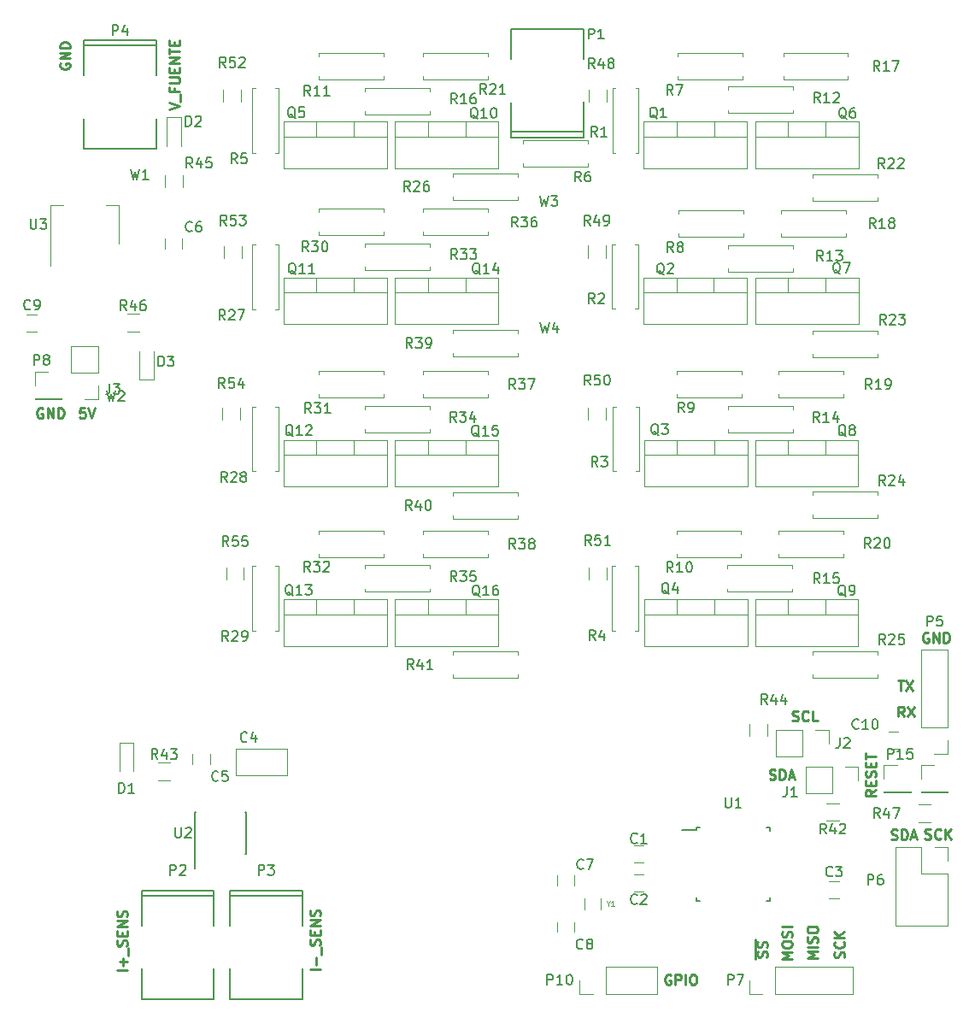
<source format=gbr>
G04 #@! TF.FileFunction,Legend,Top*
%FSLAX46Y46*%
G04 Gerber Fmt 4.6, Leading zero omitted, Abs format (unit mm)*
G04 Created by KiCad (PCBNEW 4.0.2-stable) date 04/10/2017 18:39:22*
%MOMM*%
G01*
G04 APERTURE LIST*
%ADD10C,0.100000*%
%ADD11C,0.250000*%
%ADD12C,0.120000*%
%ADD13C,0.150000*%
G04 APERTURE END LIST*
D10*
D11*
X150475001Y-145675000D02*
X150379763Y-145627381D01*
X150236906Y-145627381D01*
X150094048Y-145675000D01*
X149998810Y-145770238D01*
X149951191Y-145865476D01*
X149903572Y-146055952D01*
X149903572Y-146198810D01*
X149951191Y-146389286D01*
X149998810Y-146484524D01*
X150094048Y-146579762D01*
X150236906Y-146627381D01*
X150332144Y-146627381D01*
X150475001Y-146579762D01*
X150522620Y-146532143D01*
X150522620Y-146198810D01*
X150332144Y-146198810D01*
X150951191Y-146627381D02*
X150951191Y-145627381D01*
X151332144Y-145627381D01*
X151427382Y-145675000D01*
X151475001Y-145722619D01*
X151522620Y-145817857D01*
X151522620Y-145960714D01*
X151475001Y-146055952D01*
X151427382Y-146103571D01*
X151332144Y-146151190D01*
X150951191Y-146151190D01*
X151951191Y-146627381D02*
X151951191Y-145627381D01*
X152617857Y-145627381D02*
X152808334Y-145627381D01*
X152903572Y-145675000D01*
X152998810Y-145770238D01*
X153046429Y-145960714D01*
X153046429Y-146294048D01*
X152998810Y-146484524D01*
X152903572Y-146579762D01*
X152808334Y-146627381D01*
X152617857Y-146627381D01*
X152522619Y-146579762D01*
X152427381Y-146484524D01*
X152379762Y-146294048D01*
X152379762Y-145960714D01*
X152427381Y-145770238D01*
X152522619Y-145675000D01*
X152617857Y-145627381D01*
X88263096Y-89550000D02*
X88167858Y-89502381D01*
X88025001Y-89502381D01*
X87882143Y-89550000D01*
X87786905Y-89645238D01*
X87739286Y-89740476D01*
X87691667Y-89930952D01*
X87691667Y-90073810D01*
X87739286Y-90264286D01*
X87786905Y-90359524D01*
X87882143Y-90454762D01*
X88025001Y-90502381D01*
X88120239Y-90502381D01*
X88263096Y-90454762D01*
X88310715Y-90407143D01*
X88310715Y-90073810D01*
X88120239Y-90073810D01*
X88739286Y-90502381D02*
X88739286Y-89502381D01*
X89310715Y-90502381D01*
X89310715Y-89502381D01*
X89786905Y-90502381D02*
X89786905Y-89502381D01*
X90025000Y-89502381D01*
X90167858Y-89550000D01*
X90263096Y-89645238D01*
X90310715Y-89740476D01*
X90358334Y-89930952D01*
X90358334Y-90073810D01*
X90310715Y-90264286D01*
X90263096Y-90359524D01*
X90167858Y-90454762D01*
X90025000Y-90502381D01*
X89786905Y-90502381D01*
X92434524Y-89502381D02*
X91958333Y-89502381D01*
X91910714Y-89978571D01*
X91958333Y-89930952D01*
X92053571Y-89883333D01*
X92291667Y-89883333D01*
X92386905Y-89930952D01*
X92434524Y-89978571D01*
X92482143Y-90073810D01*
X92482143Y-90311905D01*
X92434524Y-90407143D01*
X92386905Y-90454762D01*
X92291667Y-90502381D01*
X92053571Y-90502381D01*
X91958333Y-90454762D01*
X91910714Y-90407143D01*
X92767857Y-89502381D02*
X93101190Y-90502381D01*
X93434524Y-89502381D01*
X100827381Y-59926191D02*
X101827381Y-59592858D01*
X100827381Y-59259524D01*
X101922619Y-59164286D02*
X101922619Y-58402381D01*
X101303571Y-57830952D02*
X101303571Y-58164286D01*
X101827381Y-58164286D02*
X100827381Y-58164286D01*
X100827381Y-57688095D01*
X100827381Y-57307143D02*
X101636905Y-57307143D01*
X101732143Y-57259524D01*
X101779762Y-57211905D01*
X101827381Y-57116667D01*
X101827381Y-56926190D01*
X101779762Y-56830952D01*
X101732143Y-56783333D01*
X101636905Y-56735714D01*
X100827381Y-56735714D01*
X101303571Y-56259524D02*
X101303571Y-55926190D01*
X101827381Y-55783333D02*
X101827381Y-56259524D01*
X100827381Y-56259524D01*
X100827381Y-55783333D01*
X101827381Y-55354762D02*
X100827381Y-55354762D01*
X101827381Y-54783333D01*
X100827381Y-54783333D01*
X100827381Y-54450000D02*
X100827381Y-53878571D01*
X101827381Y-54164286D02*
X100827381Y-54164286D01*
X101303571Y-53545238D02*
X101303571Y-53211904D01*
X101827381Y-53069047D02*
X101827381Y-53545238D01*
X100827381Y-53545238D01*
X100827381Y-53069047D01*
X90025000Y-55361904D02*
X89977381Y-55457142D01*
X89977381Y-55599999D01*
X90025000Y-55742857D01*
X90120238Y-55838095D01*
X90215476Y-55885714D01*
X90405952Y-55933333D01*
X90548810Y-55933333D01*
X90739286Y-55885714D01*
X90834524Y-55838095D01*
X90929762Y-55742857D01*
X90977381Y-55599999D01*
X90977381Y-55504761D01*
X90929762Y-55361904D01*
X90882143Y-55314285D01*
X90548810Y-55314285D01*
X90548810Y-55504761D01*
X90977381Y-54885714D02*
X89977381Y-54885714D01*
X90977381Y-54314285D01*
X89977381Y-54314285D01*
X90977381Y-53838095D02*
X89977381Y-53838095D01*
X89977381Y-53600000D01*
X90025000Y-53457142D01*
X90120238Y-53361904D01*
X90215476Y-53314285D01*
X90405952Y-53266666D01*
X90548810Y-53266666D01*
X90739286Y-53314285D01*
X90834524Y-53361904D01*
X90929762Y-53457142D01*
X90977381Y-53600000D01*
X90977381Y-53838095D01*
X160285714Y-126254762D02*
X160428571Y-126302381D01*
X160666667Y-126302381D01*
X160761905Y-126254762D01*
X160809524Y-126207143D01*
X160857143Y-126111905D01*
X160857143Y-126016667D01*
X160809524Y-125921429D01*
X160761905Y-125873810D01*
X160666667Y-125826190D01*
X160476190Y-125778571D01*
X160380952Y-125730952D01*
X160333333Y-125683333D01*
X160285714Y-125588095D01*
X160285714Y-125492857D01*
X160333333Y-125397619D01*
X160380952Y-125350000D01*
X160476190Y-125302381D01*
X160714286Y-125302381D01*
X160857143Y-125350000D01*
X161285714Y-126302381D02*
X161285714Y-125302381D01*
X161523809Y-125302381D01*
X161666667Y-125350000D01*
X161761905Y-125445238D01*
X161809524Y-125540476D01*
X161857143Y-125730952D01*
X161857143Y-125873810D01*
X161809524Y-126064286D01*
X161761905Y-126159524D01*
X161666667Y-126254762D01*
X161523809Y-126302381D01*
X161285714Y-126302381D01*
X162238095Y-126016667D02*
X162714286Y-126016667D01*
X162142857Y-126302381D02*
X162476190Y-125302381D01*
X162809524Y-126302381D01*
X162559524Y-120454762D02*
X162702381Y-120502381D01*
X162940477Y-120502381D01*
X163035715Y-120454762D01*
X163083334Y-120407143D01*
X163130953Y-120311905D01*
X163130953Y-120216667D01*
X163083334Y-120121429D01*
X163035715Y-120073810D01*
X162940477Y-120026190D01*
X162750000Y-119978571D01*
X162654762Y-119930952D01*
X162607143Y-119883333D01*
X162559524Y-119788095D01*
X162559524Y-119692857D01*
X162607143Y-119597619D01*
X162654762Y-119550000D01*
X162750000Y-119502381D01*
X162988096Y-119502381D01*
X163130953Y-119550000D01*
X164130953Y-120407143D02*
X164083334Y-120454762D01*
X163940477Y-120502381D01*
X163845239Y-120502381D01*
X163702381Y-120454762D01*
X163607143Y-120359524D01*
X163559524Y-120264286D01*
X163511905Y-120073810D01*
X163511905Y-119930952D01*
X163559524Y-119740476D01*
X163607143Y-119645238D01*
X163702381Y-119550000D01*
X163845239Y-119502381D01*
X163940477Y-119502381D01*
X164083334Y-119550000D01*
X164130953Y-119597619D01*
X165035715Y-120502381D02*
X164559524Y-120502381D01*
X164559524Y-119502381D01*
X115752381Y-145128571D02*
X114752381Y-145128571D01*
X115371429Y-144652381D02*
X115371429Y-143890476D01*
X115847619Y-143652381D02*
X115847619Y-142890476D01*
X115704762Y-142700000D02*
X115752381Y-142557143D01*
X115752381Y-142319047D01*
X115704762Y-142223809D01*
X115657143Y-142176190D01*
X115561905Y-142128571D01*
X115466667Y-142128571D01*
X115371429Y-142176190D01*
X115323810Y-142223809D01*
X115276190Y-142319047D01*
X115228571Y-142509524D01*
X115180952Y-142604762D01*
X115133333Y-142652381D01*
X115038095Y-142700000D01*
X114942857Y-142700000D01*
X114847619Y-142652381D01*
X114800000Y-142604762D01*
X114752381Y-142509524D01*
X114752381Y-142271428D01*
X114800000Y-142128571D01*
X115228571Y-141700000D02*
X115228571Y-141366666D01*
X115752381Y-141223809D02*
X115752381Y-141700000D01*
X114752381Y-141700000D01*
X114752381Y-141223809D01*
X115752381Y-140795238D02*
X114752381Y-140795238D01*
X115752381Y-140223809D01*
X114752381Y-140223809D01*
X115704762Y-139795238D02*
X115752381Y-139652381D01*
X115752381Y-139414285D01*
X115704762Y-139319047D01*
X115657143Y-139271428D01*
X115561905Y-139223809D01*
X115466667Y-139223809D01*
X115371429Y-139271428D01*
X115323810Y-139319047D01*
X115276190Y-139414285D01*
X115228571Y-139604762D01*
X115180952Y-139700000D01*
X115133333Y-139747619D01*
X115038095Y-139795238D01*
X114942857Y-139795238D01*
X114847619Y-139747619D01*
X114800000Y-139700000D01*
X114752381Y-139604762D01*
X114752381Y-139366666D01*
X114800000Y-139223809D01*
X96627381Y-145203571D02*
X95627381Y-145203571D01*
X96246429Y-144727381D02*
X96246429Y-143965476D01*
X96627381Y-144346428D02*
X95865476Y-144346428D01*
X96722619Y-143727381D02*
X96722619Y-142965476D01*
X96579762Y-142775000D02*
X96627381Y-142632143D01*
X96627381Y-142394047D01*
X96579762Y-142298809D01*
X96532143Y-142251190D01*
X96436905Y-142203571D01*
X96341667Y-142203571D01*
X96246429Y-142251190D01*
X96198810Y-142298809D01*
X96151190Y-142394047D01*
X96103571Y-142584524D01*
X96055952Y-142679762D01*
X96008333Y-142727381D01*
X95913095Y-142775000D01*
X95817857Y-142775000D01*
X95722619Y-142727381D01*
X95675000Y-142679762D01*
X95627381Y-142584524D01*
X95627381Y-142346428D01*
X95675000Y-142203571D01*
X96103571Y-141775000D02*
X96103571Y-141441666D01*
X96627381Y-141298809D02*
X96627381Y-141775000D01*
X95627381Y-141775000D01*
X95627381Y-141298809D01*
X96627381Y-140870238D02*
X95627381Y-140870238D01*
X96627381Y-140298809D01*
X95627381Y-140298809D01*
X96579762Y-139870238D02*
X96627381Y-139727381D01*
X96627381Y-139489285D01*
X96579762Y-139394047D01*
X96532143Y-139346428D01*
X96436905Y-139298809D01*
X96341667Y-139298809D01*
X96246429Y-139346428D01*
X96198810Y-139394047D01*
X96151190Y-139489285D01*
X96103571Y-139679762D01*
X96055952Y-139775000D01*
X96008333Y-139822619D01*
X95913095Y-139870238D01*
X95817857Y-139870238D01*
X95722619Y-139822619D01*
X95675000Y-139775000D01*
X95627381Y-139679762D01*
X95627381Y-139441666D01*
X95675000Y-139298809D01*
X176013096Y-111775000D02*
X175917858Y-111727381D01*
X175775001Y-111727381D01*
X175632143Y-111775000D01*
X175536905Y-111870238D01*
X175489286Y-111965476D01*
X175441667Y-112155952D01*
X175441667Y-112298810D01*
X175489286Y-112489286D01*
X175536905Y-112584524D01*
X175632143Y-112679762D01*
X175775001Y-112727381D01*
X175870239Y-112727381D01*
X176013096Y-112679762D01*
X176060715Y-112632143D01*
X176060715Y-112298810D01*
X175870239Y-112298810D01*
X176489286Y-112727381D02*
X176489286Y-111727381D01*
X177060715Y-112727381D01*
X177060715Y-111727381D01*
X177536905Y-112727381D02*
X177536905Y-111727381D01*
X177775000Y-111727381D01*
X177917858Y-111775000D01*
X178013096Y-111870238D01*
X178060715Y-111965476D01*
X178108334Y-112155952D01*
X178108334Y-112298810D01*
X178060715Y-112489286D01*
X178013096Y-112584524D01*
X177917858Y-112679762D01*
X177775000Y-112727381D01*
X177536905Y-112727381D01*
X173013095Y-116502381D02*
X173584524Y-116502381D01*
X173298809Y-117502381D02*
X173298809Y-116502381D01*
X173822619Y-116502381D02*
X174489286Y-117502381D01*
X174489286Y-116502381D02*
X173822619Y-117502381D01*
X173633334Y-120077381D02*
X173300000Y-119601190D01*
X173061905Y-120077381D02*
X173061905Y-119077381D01*
X173442858Y-119077381D01*
X173538096Y-119125000D01*
X173585715Y-119172619D01*
X173633334Y-119267857D01*
X173633334Y-119410714D01*
X173585715Y-119505952D01*
X173538096Y-119553571D01*
X173442858Y-119601190D01*
X173061905Y-119601190D01*
X173966667Y-119077381D02*
X174633334Y-120077381D01*
X174633334Y-119077381D02*
X173966667Y-120077381D01*
X170812381Y-127332381D02*
X170336190Y-127665715D01*
X170812381Y-127903810D02*
X169812381Y-127903810D01*
X169812381Y-127522857D01*
X169860000Y-127427619D01*
X169907619Y-127380000D01*
X170002857Y-127332381D01*
X170145714Y-127332381D01*
X170240952Y-127380000D01*
X170288571Y-127427619D01*
X170336190Y-127522857D01*
X170336190Y-127903810D01*
X170288571Y-126903810D02*
X170288571Y-126570476D01*
X170812381Y-126427619D02*
X170812381Y-126903810D01*
X169812381Y-126903810D01*
X169812381Y-126427619D01*
X170764762Y-126046667D02*
X170812381Y-125903810D01*
X170812381Y-125665714D01*
X170764762Y-125570476D01*
X170717143Y-125522857D01*
X170621905Y-125475238D01*
X170526667Y-125475238D01*
X170431429Y-125522857D01*
X170383810Y-125570476D01*
X170336190Y-125665714D01*
X170288571Y-125856191D01*
X170240952Y-125951429D01*
X170193333Y-125999048D01*
X170098095Y-126046667D01*
X170002857Y-126046667D01*
X169907619Y-125999048D01*
X169860000Y-125951429D01*
X169812381Y-125856191D01*
X169812381Y-125618095D01*
X169860000Y-125475238D01*
X170288571Y-125046667D02*
X170288571Y-124713333D01*
X170812381Y-124570476D02*
X170812381Y-125046667D01*
X169812381Y-125046667D01*
X169812381Y-124570476D01*
X169812381Y-124284762D02*
X169812381Y-123713333D01*
X170812381Y-123999048D02*
X169812381Y-123999048D01*
X175684286Y-132154762D02*
X175827143Y-132202381D01*
X176065239Y-132202381D01*
X176160477Y-132154762D01*
X176208096Y-132107143D01*
X176255715Y-132011905D01*
X176255715Y-131916667D01*
X176208096Y-131821429D01*
X176160477Y-131773810D01*
X176065239Y-131726190D01*
X175874762Y-131678571D01*
X175779524Y-131630952D01*
X175731905Y-131583333D01*
X175684286Y-131488095D01*
X175684286Y-131392857D01*
X175731905Y-131297619D01*
X175779524Y-131250000D01*
X175874762Y-131202381D01*
X176112858Y-131202381D01*
X176255715Y-131250000D01*
X177255715Y-132107143D02*
X177208096Y-132154762D01*
X177065239Y-132202381D01*
X176970001Y-132202381D01*
X176827143Y-132154762D01*
X176731905Y-132059524D01*
X176684286Y-131964286D01*
X176636667Y-131773810D01*
X176636667Y-131630952D01*
X176684286Y-131440476D01*
X176731905Y-131345238D01*
X176827143Y-131250000D01*
X176970001Y-131202381D01*
X177065239Y-131202381D01*
X177208096Y-131250000D01*
X177255715Y-131297619D01*
X177684286Y-132202381D02*
X177684286Y-131202381D01*
X178255715Y-132202381D02*
X177827143Y-131630952D01*
X178255715Y-131202381D02*
X177684286Y-131773810D01*
X172365714Y-132194762D02*
X172508571Y-132242381D01*
X172746667Y-132242381D01*
X172841905Y-132194762D01*
X172889524Y-132147143D01*
X172937143Y-132051905D01*
X172937143Y-131956667D01*
X172889524Y-131861429D01*
X172841905Y-131813810D01*
X172746667Y-131766190D01*
X172556190Y-131718571D01*
X172460952Y-131670952D01*
X172413333Y-131623333D01*
X172365714Y-131528095D01*
X172365714Y-131432857D01*
X172413333Y-131337619D01*
X172460952Y-131290000D01*
X172556190Y-131242381D01*
X172794286Y-131242381D01*
X172937143Y-131290000D01*
X173365714Y-132242381D02*
X173365714Y-131242381D01*
X173603809Y-131242381D01*
X173746667Y-131290000D01*
X173841905Y-131385238D01*
X173889524Y-131480476D01*
X173937143Y-131670952D01*
X173937143Y-131813810D01*
X173889524Y-132004286D01*
X173841905Y-132099524D01*
X173746667Y-132194762D01*
X173603809Y-132242381D01*
X173365714Y-132242381D01*
X174318095Y-131956667D02*
X174794286Y-131956667D01*
X174222857Y-132242381D02*
X174556190Y-131242381D01*
X174889524Y-132242381D01*
X167654762Y-143935714D02*
X167702381Y-143792857D01*
X167702381Y-143554761D01*
X167654762Y-143459523D01*
X167607143Y-143411904D01*
X167511905Y-143364285D01*
X167416667Y-143364285D01*
X167321429Y-143411904D01*
X167273810Y-143459523D01*
X167226190Y-143554761D01*
X167178571Y-143745238D01*
X167130952Y-143840476D01*
X167083333Y-143888095D01*
X166988095Y-143935714D01*
X166892857Y-143935714D01*
X166797619Y-143888095D01*
X166750000Y-143840476D01*
X166702381Y-143745238D01*
X166702381Y-143507142D01*
X166750000Y-143364285D01*
X167607143Y-142364285D02*
X167654762Y-142411904D01*
X167702381Y-142554761D01*
X167702381Y-142649999D01*
X167654762Y-142792857D01*
X167559524Y-142888095D01*
X167464286Y-142935714D01*
X167273810Y-142983333D01*
X167130952Y-142983333D01*
X166940476Y-142935714D01*
X166845238Y-142888095D01*
X166750000Y-142792857D01*
X166702381Y-142649999D01*
X166702381Y-142554761D01*
X166750000Y-142411904D01*
X166797619Y-142364285D01*
X167702381Y-141935714D02*
X166702381Y-141935714D01*
X167702381Y-141364285D02*
X167130952Y-141792857D01*
X166702381Y-141364285D02*
X167273810Y-141935714D01*
X165027381Y-144021428D02*
X164027381Y-144021428D01*
X164741667Y-143688094D01*
X164027381Y-143354761D01*
X165027381Y-143354761D01*
X165027381Y-142878571D02*
X164027381Y-142878571D01*
X164979762Y-142450000D02*
X165027381Y-142307143D01*
X165027381Y-142069047D01*
X164979762Y-141973809D01*
X164932143Y-141926190D01*
X164836905Y-141878571D01*
X164741667Y-141878571D01*
X164646429Y-141926190D01*
X164598810Y-141973809D01*
X164551190Y-142069047D01*
X164503571Y-142259524D01*
X164455952Y-142354762D01*
X164408333Y-142402381D01*
X164313095Y-142450000D01*
X164217857Y-142450000D01*
X164122619Y-142402381D01*
X164075000Y-142354762D01*
X164027381Y-142259524D01*
X164027381Y-142021428D01*
X164075000Y-141878571D01*
X164027381Y-141259524D02*
X164027381Y-141069047D01*
X164075000Y-140973809D01*
X164170238Y-140878571D01*
X164360714Y-140830952D01*
X164694048Y-140830952D01*
X164884524Y-140878571D01*
X164979762Y-140973809D01*
X165027381Y-141069047D01*
X165027381Y-141259524D01*
X164979762Y-141354762D01*
X164884524Y-141450000D01*
X164694048Y-141497619D01*
X164360714Y-141497619D01*
X164170238Y-141450000D01*
X164075000Y-141354762D01*
X164027381Y-141259524D01*
X162502381Y-144046428D02*
X161502381Y-144046428D01*
X162216667Y-143713094D01*
X161502381Y-143379761D01*
X162502381Y-143379761D01*
X161502381Y-142713095D02*
X161502381Y-142522618D01*
X161550000Y-142427380D01*
X161645238Y-142332142D01*
X161835714Y-142284523D01*
X162169048Y-142284523D01*
X162359524Y-142332142D01*
X162454762Y-142427380D01*
X162502381Y-142522618D01*
X162502381Y-142713095D01*
X162454762Y-142808333D01*
X162359524Y-142903571D01*
X162169048Y-142951190D01*
X161835714Y-142951190D01*
X161645238Y-142903571D01*
X161550000Y-142808333D01*
X161502381Y-142713095D01*
X162454762Y-141903571D02*
X162502381Y-141760714D01*
X162502381Y-141522618D01*
X162454762Y-141427380D01*
X162407143Y-141379761D01*
X162311905Y-141332142D01*
X162216667Y-141332142D01*
X162121429Y-141379761D01*
X162073810Y-141427380D01*
X162026190Y-141522618D01*
X161978571Y-141713095D01*
X161930952Y-141808333D01*
X161883333Y-141855952D01*
X161788095Y-141903571D01*
X161692857Y-141903571D01*
X161597619Y-141855952D01*
X161550000Y-141808333D01*
X161502381Y-141713095D01*
X161502381Y-141474999D01*
X161550000Y-141332142D01*
X162502381Y-140903571D02*
X161502381Y-140903571D01*
X160004762Y-143886905D02*
X160052381Y-143744048D01*
X160052381Y-143505952D01*
X160004762Y-143410714D01*
X159957143Y-143363095D01*
X159861905Y-143315476D01*
X159766667Y-143315476D01*
X159671429Y-143363095D01*
X159623810Y-143410714D01*
X159576190Y-143505952D01*
X159528571Y-143696429D01*
X159480952Y-143791667D01*
X159433333Y-143839286D01*
X159338095Y-143886905D01*
X159242857Y-143886905D01*
X159147619Y-143839286D01*
X159100000Y-143791667D01*
X159052381Y-143696429D01*
X159052381Y-143458333D01*
X159100000Y-143315476D01*
X160004762Y-142934524D02*
X160052381Y-142791667D01*
X160052381Y-142553571D01*
X160004762Y-142458333D01*
X159957143Y-142410714D01*
X159861905Y-142363095D01*
X159766667Y-142363095D01*
X159671429Y-142410714D01*
X159623810Y-142458333D01*
X159576190Y-142553571D01*
X159528571Y-142744048D01*
X159480952Y-142839286D01*
X159433333Y-142886905D01*
X159338095Y-142934524D01*
X159242857Y-142934524D01*
X159147619Y-142886905D01*
X159100000Y-142839286D01*
X159052381Y-142744048D01*
X159052381Y-142505952D01*
X159100000Y-142363095D01*
X158880000Y-144077381D02*
X158880000Y-142172619D01*
D12*
X146825000Y-134525000D02*
X147825000Y-134525000D01*
X147825000Y-132825000D02*
X146825000Y-132825000D01*
X147825000Y-135675000D02*
X146825000Y-135675000D01*
X146825000Y-137375000D02*
X147825000Y-137375000D01*
X167175000Y-136350000D02*
X166175000Y-136350000D01*
X166175000Y-138050000D02*
X167175000Y-138050000D01*
X104825000Y-124775000D02*
X104825000Y-123775000D01*
X103125000Y-123775000D02*
X103125000Y-124775000D01*
X102100000Y-73725000D02*
X102100000Y-72725000D01*
X100400000Y-72725000D02*
X100400000Y-73725000D01*
X139275000Y-135825000D02*
X139275000Y-136825000D01*
X140975000Y-136825000D02*
X140975000Y-135825000D01*
X140975000Y-141400000D02*
X140975000Y-140400000D01*
X139275000Y-140400000D02*
X139275000Y-141400000D01*
X87700000Y-80225000D02*
X86700000Y-80225000D01*
X86700000Y-81925000D02*
X87700000Y-81925000D01*
X163880000Y-125020000D02*
X163880000Y-127680000D01*
X166480000Y-125020000D02*
X163880000Y-125020000D01*
X166480000Y-127680000D02*
X163880000Y-127680000D01*
X166480000Y-125020000D02*
X166480000Y-127680000D01*
X167750000Y-125020000D02*
X169080000Y-125020000D01*
X169080000Y-125020000D02*
X169080000Y-126350000D01*
X160930000Y-121395000D02*
X160930000Y-124055000D01*
X163530000Y-121395000D02*
X160930000Y-121395000D01*
X163530000Y-124055000D02*
X160930000Y-124055000D01*
X163530000Y-121395000D02*
X163530000Y-124055000D01*
X164800000Y-121395000D02*
X166130000Y-121395000D01*
X166130000Y-121395000D02*
X166130000Y-122725000D01*
D13*
X134671140Y-62150320D02*
X134671140Y-62698960D01*
X134671140Y-62698960D02*
X141828860Y-62698960D01*
X141828860Y-62698960D02*
X141828860Y-62150320D01*
X141828860Y-54929100D02*
X141828860Y-51949680D01*
X141828860Y-51949680D02*
X134671140Y-51949680D01*
X134671140Y-59229320D02*
X134671140Y-62150320D01*
X134671140Y-62150320D02*
X141828860Y-62150320D01*
X141828860Y-62150320D02*
X141828860Y-59170900D01*
X134671140Y-51949680D02*
X134671140Y-54929100D01*
X105228860Y-137824680D02*
X105228860Y-137276040D01*
X105228860Y-137276040D02*
X98071140Y-137276040D01*
X98071140Y-137276040D02*
X98071140Y-137824680D01*
X98071140Y-145045900D02*
X98071140Y-148025320D01*
X98071140Y-148025320D02*
X105228860Y-148025320D01*
X105228860Y-140745680D02*
X105228860Y-137824680D01*
X105228860Y-137824680D02*
X98071140Y-137824680D01*
X98071140Y-137824680D02*
X98071140Y-140804100D01*
X105228860Y-148025320D02*
X105228860Y-145045900D01*
X113978860Y-137824680D02*
X113978860Y-137276040D01*
X113978860Y-137276040D02*
X106821140Y-137276040D01*
X106821140Y-137276040D02*
X106821140Y-137824680D01*
X106821140Y-145045900D02*
X106821140Y-148025320D01*
X106821140Y-148025320D02*
X113978860Y-148025320D01*
X113978860Y-140745680D02*
X113978860Y-137824680D01*
X113978860Y-137824680D02*
X106821140Y-137824680D01*
X106821140Y-137824680D02*
X106821140Y-140804100D01*
X113978860Y-148025320D02*
X113978860Y-145045900D01*
X99503860Y-53599680D02*
X99503860Y-53051040D01*
X99503860Y-53051040D02*
X92346140Y-53051040D01*
X92346140Y-53051040D02*
X92346140Y-53599680D01*
X92346140Y-60820900D02*
X92346140Y-63800320D01*
X92346140Y-63800320D02*
X99503860Y-63800320D01*
X99503860Y-56520680D02*
X99503860Y-53599680D01*
X99503860Y-53599680D02*
X92346140Y-53599680D01*
X92346140Y-53599680D02*
X92346140Y-56579100D01*
X99503860Y-63800320D02*
X99503860Y-60820900D01*
D12*
X160870000Y-147530000D02*
X168550000Y-147530000D01*
X168550000Y-147530000D02*
X168550000Y-144870000D01*
X168550000Y-144870000D02*
X160870000Y-144870000D01*
X160870000Y-144870000D02*
X160870000Y-147530000D01*
X159600000Y-147530000D02*
X158270000Y-147530000D01*
X158270000Y-147530000D02*
X158270000Y-146200000D01*
X87470000Y-88545000D02*
X87470000Y-88605000D01*
X87470000Y-88605000D02*
X90130000Y-88605000D01*
X90130000Y-88605000D02*
X90130000Y-88545000D01*
X90130000Y-88545000D02*
X87470000Y-88545000D01*
X87470000Y-87275000D02*
X87470000Y-85945000D01*
X87470000Y-85945000D02*
X88800000Y-85945000D01*
X171620000Y-127490000D02*
X171620000Y-127550000D01*
X171620000Y-127550000D02*
X174280000Y-127550000D01*
X174280000Y-127550000D02*
X174280000Y-127490000D01*
X174280000Y-127490000D02*
X171620000Y-127490000D01*
X171620000Y-126220000D02*
X171620000Y-124890000D01*
X171620000Y-124890000D02*
X172950000Y-124890000D01*
X147808320Y-61103520D02*
X158048320Y-61103520D01*
X147808320Y-65744520D02*
X158048320Y-65744520D01*
X147808320Y-61103520D02*
X147808320Y-65744520D01*
X158048320Y-61103520D02*
X158048320Y-65744520D01*
X147808320Y-62613520D02*
X158048320Y-62613520D01*
X151078320Y-61103520D02*
X151078320Y-62613520D01*
X154779320Y-61103520D02*
X154779320Y-62613520D01*
X147793080Y-76561960D02*
X158033080Y-76561960D01*
X147793080Y-81202960D02*
X158033080Y-81202960D01*
X147793080Y-76561960D02*
X147793080Y-81202960D01*
X158033080Y-76561960D02*
X158033080Y-81202960D01*
X147793080Y-78071960D02*
X158033080Y-78071960D01*
X151063080Y-76561960D02*
X151063080Y-78071960D01*
X154764080Y-76561960D02*
X154764080Y-78071960D01*
X147845000Y-92655000D02*
X158085000Y-92655000D01*
X147845000Y-97296000D02*
X158085000Y-97296000D01*
X147845000Y-92655000D02*
X147845000Y-97296000D01*
X158085000Y-92655000D02*
X158085000Y-97296000D01*
X147845000Y-94165000D02*
X158085000Y-94165000D01*
X151115000Y-92655000D02*
X151115000Y-94165000D01*
X154816000Y-92655000D02*
X154816000Y-94165000D01*
X147845000Y-108430000D02*
X158085000Y-108430000D01*
X147845000Y-113071000D02*
X158085000Y-113071000D01*
X147845000Y-108430000D02*
X147845000Y-113071000D01*
X158085000Y-108430000D02*
X158085000Y-113071000D01*
X147845000Y-109940000D02*
X158085000Y-109940000D01*
X151115000Y-108430000D02*
X151115000Y-109940000D01*
X154816000Y-108430000D02*
X154816000Y-109940000D01*
X112120000Y-61105000D02*
X122360000Y-61105000D01*
X112120000Y-65746000D02*
X122360000Y-65746000D01*
X112120000Y-61105000D02*
X112120000Y-65746000D01*
X122360000Y-61105000D02*
X122360000Y-65746000D01*
X112120000Y-62615000D02*
X122360000Y-62615000D01*
X115390000Y-61105000D02*
X115390000Y-62615000D01*
X119091000Y-61105000D02*
X119091000Y-62615000D01*
X158857320Y-61103520D02*
X169097320Y-61103520D01*
X158857320Y-65744520D02*
X169097320Y-65744520D01*
X158857320Y-61103520D02*
X158857320Y-65744520D01*
X169097320Y-61103520D02*
X169097320Y-65744520D01*
X158857320Y-62613520D02*
X169097320Y-62613520D01*
X162127320Y-61103520D02*
X162127320Y-62613520D01*
X165828320Y-61103520D02*
X165828320Y-62613520D01*
X158857320Y-76561960D02*
X169097320Y-76561960D01*
X158857320Y-81202960D02*
X169097320Y-81202960D01*
X158857320Y-76561960D02*
X158857320Y-81202960D01*
X169097320Y-76561960D02*
X169097320Y-81202960D01*
X158857320Y-78071960D02*
X169097320Y-78071960D01*
X162127320Y-76561960D02*
X162127320Y-78071960D01*
X165828320Y-76561960D02*
X165828320Y-78071960D01*
X158845000Y-92655000D02*
X169085000Y-92655000D01*
X158845000Y-97296000D02*
X169085000Y-97296000D01*
X158845000Y-92655000D02*
X158845000Y-97296000D01*
X169085000Y-92655000D02*
X169085000Y-97296000D01*
X158845000Y-94165000D02*
X169085000Y-94165000D01*
X162115000Y-92655000D02*
X162115000Y-94165000D01*
X165816000Y-92655000D02*
X165816000Y-94165000D01*
X158845000Y-108430000D02*
X169085000Y-108430000D01*
X158845000Y-113071000D02*
X169085000Y-113071000D01*
X158845000Y-108430000D02*
X158845000Y-113071000D01*
X169085000Y-108430000D02*
X169085000Y-113071000D01*
X158845000Y-109940000D02*
X169085000Y-109940000D01*
X162115000Y-108430000D02*
X162115000Y-109940000D01*
X165816000Y-108430000D02*
X165816000Y-109940000D01*
X123170000Y-61130000D02*
X133410000Y-61130000D01*
X123170000Y-65771000D02*
X133410000Y-65771000D01*
X123170000Y-61130000D02*
X123170000Y-65771000D01*
X133410000Y-61130000D02*
X133410000Y-65771000D01*
X123170000Y-62640000D02*
X133410000Y-62640000D01*
X126440000Y-61130000D02*
X126440000Y-62640000D01*
X130141000Y-61130000D02*
X130141000Y-62640000D01*
X112120000Y-76561960D02*
X122360000Y-76561960D01*
X112120000Y-81202960D02*
X122360000Y-81202960D01*
X112120000Y-76561960D02*
X112120000Y-81202960D01*
X122360000Y-76561960D02*
X122360000Y-81202960D01*
X112120000Y-78071960D02*
X122360000Y-78071960D01*
X115390000Y-76561960D02*
X115390000Y-78071960D01*
X119091000Y-76561960D02*
X119091000Y-78071960D01*
X112120000Y-92655000D02*
X122360000Y-92655000D01*
X112120000Y-97296000D02*
X122360000Y-97296000D01*
X112120000Y-92655000D02*
X112120000Y-97296000D01*
X122360000Y-92655000D02*
X122360000Y-97296000D01*
X112120000Y-94165000D02*
X122360000Y-94165000D01*
X115390000Y-92655000D02*
X115390000Y-94165000D01*
X119091000Y-92655000D02*
X119091000Y-94165000D01*
X112120000Y-108430000D02*
X122360000Y-108430000D01*
X112120000Y-113071000D02*
X122360000Y-113071000D01*
X112120000Y-108430000D02*
X112120000Y-113071000D01*
X122360000Y-108430000D02*
X122360000Y-113071000D01*
X112120000Y-109940000D02*
X122360000Y-109940000D01*
X115390000Y-108430000D02*
X115390000Y-109940000D01*
X119091000Y-108430000D02*
X119091000Y-109940000D01*
X123170000Y-76561960D02*
X133410000Y-76561960D01*
X123170000Y-81202960D02*
X133410000Y-81202960D01*
X123170000Y-76561960D02*
X123170000Y-81202960D01*
X133410000Y-76561960D02*
X133410000Y-81202960D01*
X123170000Y-78071960D02*
X133410000Y-78071960D01*
X126440000Y-76561960D02*
X126440000Y-78071960D01*
X130141000Y-76561960D02*
X130141000Y-78071960D01*
X123170000Y-92655000D02*
X133410000Y-92655000D01*
X123170000Y-97296000D02*
X133410000Y-97296000D01*
X123170000Y-92655000D02*
X123170000Y-97296000D01*
X133410000Y-92655000D02*
X133410000Y-97296000D01*
X123170000Y-94165000D02*
X133410000Y-94165000D01*
X126440000Y-92655000D02*
X126440000Y-94165000D01*
X130141000Y-92655000D02*
X130141000Y-94165000D01*
X123170000Y-108430000D02*
X133410000Y-108430000D01*
X123170000Y-113071000D02*
X133410000Y-113071000D01*
X123170000Y-108430000D02*
X123170000Y-113071000D01*
X133410000Y-108430000D02*
X133410000Y-113071000D01*
X123170000Y-109940000D02*
X133410000Y-109940000D01*
X126440000Y-108430000D02*
X126440000Y-109940000D01*
X130141000Y-108430000D02*
X130141000Y-109940000D01*
X145031900Y-64238580D02*
X144701900Y-64238580D01*
X144701900Y-64238580D02*
X144701900Y-57818580D01*
X144701900Y-57818580D02*
X145031900Y-57818580D01*
X146991900Y-64238580D02*
X147321900Y-64238580D01*
X147321900Y-64238580D02*
X147321900Y-57818580D01*
X147321900Y-57818580D02*
X146991900Y-57818580D01*
X145011580Y-79691940D02*
X144681580Y-79691940D01*
X144681580Y-79691940D02*
X144681580Y-73271940D01*
X144681580Y-73271940D02*
X145011580Y-73271940D01*
X146971580Y-79691940D02*
X147301580Y-79691940D01*
X147301580Y-79691940D02*
X147301580Y-73271940D01*
X147301580Y-73271940D02*
X146971580Y-73271940D01*
X145070000Y-95775000D02*
X144740000Y-95775000D01*
X144740000Y-95775000D02*
X144740000Y-89355000D01*
X144740000Y-89355000D02*
X145070000Y-89355000D01*
X147030000Y-95775000D02*
X147360000Y-95775000D01*
X147360000Y-95775000D02*
X147360000Y-89355000D01*
X147360000Y-89355000D02*
X147030000Y-89355000D01*
X145020000Y-111550000D02*
X144690000Y-111550000D01*
X144690000Y-111550000D02*
X144690000Y-105130000D01*
X144690000Y-105130000D02*
X145020000Y-105130000D01*
X146980000Y-111550000D02*
X147310000Y-111550000D01*
X147310000Y-111550000D02*
X147310000Y-105130000D01*
X147310000Y-105130000D02*
X146980000Y-105130000D01*
X109345000Y-64225000D02*
X109015000Y-64225000D01*
X109015000Y-64225000D02*
X109015000Y-57805000D01*
X109015000Y-57805000D02*
X109345000Y-57805000D01*
X111305000Y-64225000D02*
X111635000Y-64225000D01*
X111635000Y-64225000D02*
X111635000Y-57805000D01*
X111635000Y-57805000D02*
X111305000Y-57805000D01*
X157631840Y-56656800D02*
X157631840Y-56986800D01*
X157631840Y-56986800D02*
X151211840Y-56986800D01*
X151211840Y-56986800D02*
X151211840Y-56656800D01*
X157631840Y-54696800D02*
X157631840Y-54366800D01*
X157631840Y-54366800D02*
X151211840Y-54366800D01*
X151211840Y-54366800D02*
X151211840Y-54696800D01*
X157725000Y-72230000D02*
X157725000Y-72560000D01*
X157725000Y-72560000D02*
X151305000Y-72560000D01*
X151305000Y-72560000D02*
X151305000Y-72230000D01*
X157725000Y-70270000D02*
X157725000Y-69940000D01*
X157725000Y-69940000D02*
X151305000Y-69940000D01*
X151305000Y-69940000D02*
X151305000Y-70270000D01*
X157525000Y-88155000D02*
X157525000Y-88485000D01*
X157525000Y-88485000D02*
X151105000Y-88485000D01*
X151105000Y-88485000D02*
X151105000Y-88155000D01*
X157525000Y-86195000D02*
X157525000Y-85865000D01*
X157525000Y-85865000D02*
X151105000Y-85865000D01*
X151105000Y-85865000D02*
X151105000Y-86195000D01*
X157475000Y-103930000D02*
X157475000Y-104260000D01*
X157475000Y-104260000D02*
X151055000Y-104260000D01*
X151055000Y-104260000D02*
X151055000Y-103930000D01*
X157475000Y-101970000D02*
X157475000Y-101640000D01*
X157475000Y-101640000D02*
X151055000Y-101640000D01*
X151055000Y-101640000D02*
X151055000Y-101970000D01*
X122050000Y-56655000D02*
X122050000Y-56985000D01*
X122050000Y-56985000D02*
X115630000Y-56985000D01*
X115630000Y-56985000D02*
X115630000Y-56655000D01*
X122050000Y-54695000D02*
X122050000Y-54365000D01*
X122050000Y-54365000D02*
X115630000Y-54365000D01*
X115630000Y-54365000D02*
X115630000Y-54695000D01*
X156149600Y-58008960D02*
X156149600Y-57678960D01*
X156149600Y-57678960D02*
X162569600Y-57678960D01*
X162569600Y-57678960D02*
X162569600Y-58008960D01*
X156149600Y-59968960D02*
X156149600Y-60298960D01*
X156149600Y-60298960D02*
X162569600Y-60298960D01*
X162569600Y-60298960D02*
X162569600Y-59968960D01*
X156149600Y-73720000D02*
X156149600Y-73390000D01*
X156149600Y-73390000D02*
X162569600Y-73390000D01*
X162569600Y-73390000D02*
X162569600Y-73720000D01*
X156149600Y-75680000D02*
X156149600Y-76010000D01*
X156149600Y-76010000D02*
X162569600Y-76010000D01*
X162569600Y-76010000D02*
X162569600Y-75680000D01*
X156199600Y-89670000D02*
X156199600Y-89340000D01*
X156199600Y-89340000D02*
X162619600Y-89340000D01*
X162619600Y-89340000D02*
X162619600Y-89670000D01*
X156199600Y-91630000D02*
X156199600Y-91960000D01*
X156199600Y-91960000D02*
X162619600Y-91960000D01*
X162619600Y-91960000D02*
X162619600Y-91630000D01*
X156100000Y-105420000D02*
X156100000Y-105090000D01*
X156100000Y-105090000D02*
X162520000Y-105090000D01*
X162520000Y-105090000D02*
X162520000Y-105420000D01*
X156100000Y-107380000D02*
X156100000Y-107710000D01*
X156100000Y-107710000D02*
X162520000Y-107710000D01*
X162520000Y-107710000D02*
X162520000Y-107380000D01*
X120225000Y-58145000D02*
X120225000Y-57815000D01*
X120225000Y-57815000D02*
X126645000Y-57815000D01*
X126645000Y-57815000D02*
X126645000Y-58145000D01*
X120225000Y-60105000D02*
X120225000Y-60435000D01*
X120225000Y-60435000D02*
X126645000Y-60435000D01*
X126645000Y-60435000D02*
X126645000Y-60105000D01*
X161636000Y-54696800D02*
X161636000Y-54366800D01*
X161636000Y-54366800D02*
X168056000Y-54366800D01*
X168056000Y-54366800D02*
X168056000Y-54696800D01*
X161636000Y-56656800D02*
X161636000Y-56986800D01*
X161636000Y-56986800D02*
X168056000Y-56986800D01*
X168056000Y-56986800D02*
X168056000Y-56656800D01*
X161425000Y-70270000D02*
X161425000Y-69940000D01*
X161425000Y-69940000D02*
X167845000Y-69940000D01*
X167845000Y-69940000D02*
X167845000Y-70270000D01*
X161425000Y-72230000D02*
X161425000Y-72560000D01*
X161425000Y-72560000D02*
X167845000Y-72560000D01*
X167845000Y-72560000D02*
X167845000Y-72230000D01*
X161175000Y-86195000D02*
X161175000Y-85865000D01*
X161175000Y-85865000D02*
X167595000Y-85865000D01*
X167595000Y-85865000D02*
X167595000Y-86195000D01*
X161175000Y-88155000D02*
X161175000Y-88485000D01*
X161175000Y-88485000D02*
X167595000Y-88485000D01*
X167595000Y-88485000D02*
X167595000Y-88155000D01*
X161175000Y-101970000D02*
X161175000Y-101640000D01*
X161175000Y-101640000D02*
X167595000Y-101640000D01*
X167595000Y-101640000D02*
X167595000Y-101970000D01*
X161175000Y-103930000D02*
X161175000Y-104260000D01*
X161175000Y-104260000D02*
X167595000Y-104260000D01*
X167595000Y-104260000D02*
X167595000Y-103930000D01*
X125950000Y-54695000D02*
X125950000Y-54365000D01*
X125950000Y-54365000D02*
X132370000Y-54365000D01*
X132370000Y-54365000D02*
X132370000Y-54695000D01*
X125950000Y-56655000D02*
X125950000Y-56985000D01*
X125950000Y-56985000D02*
X132370000Y-56985000D01*
X132370000Y-56985000D02*
X132370000Y-56655000D01*
X164575000Y-66720000D02*
X164575000Y-66390000D01*
X164575000Y-66390000D02*
X170995000Y-66390000D01*
X170995000Y-66390000D02*
X170995000Y-66720000D01*
X164575000Y-68680000D02*
X164575000Y-69010000D01*
X164575000Y-69010000D02*
X170995000Y-69010000D01*
X170995000Y-69010000D02*
X170995000Y-68680000D01*
X164575000Y-82170000D02*
X164575000Y-81840000D01*
X164575000Y-81840000D02*
X170995000Y-81840000D01*
X170995000Y-81840000D02*
X170995000Y-82170000D01*
X164575000Y-84130000D02*
X164575000Y-84460000D01*
X164575000Y-84460000D02*
X170995000Y-84460000D01*
X170995000Y-84460000D02*
X170995000Y-84130000D01*
X164575000Y-98095000D02*
X164575000Y-97765000D01*
X164575000Y-97765000D02*
X170995000Y-97765000D01*
X170995000Y-97765000D02*
X170995000Y-98095000D01*
X164575000Y-100055000D02*
X164575000Y-100385000D01*
X164575000Y-100385000D02*
X170995000Y-100385000D01*
X170995000Y-100385000D02*
X170995000Y-100055000D01*
X164575000Y-113945000D02*
X164575000Y-113615000D01*
X164575000Y-113615000D02*
X170995000Y-113615000D01*
X170995000Y-113615000D02*
X170995000Y-113945000D01*
X164575000Y-115905000D02*
X164575000Y-116235000D01*
X164575000Y-116235000D02*
X170995000Y-116235000D01*
X170995000Y-116235000D02*
X170995000Y-115905000D01*
X128900000Y-66620000D02*
X128900000Y-66290000D01*
X128900000Y-66290000D02*
X135320000Y-66290000D01*
X135320000Y-66290000D02*
X135320000Y-66620000D01*
X128900000Y-68580000D02*
X128900000Y-68910000D01*
X128900000Y-68910000D02*
X135320000Y-68910000D01*
X135320000Y-68910000D02*
X135320000Y-68580000D01*
X109345000Y-79700000D02*
X109015000Y-79700000D01*
X109015000Y-79700000D02*
X109015000Y-73280000D01*
X109015000Y-73280000D02*
X109345000Y-73280000D01*
X111305000Y-79700000D02*
X111635000Y-79700000D01*
X111635000Y-79700000D02*
X111635000Y-73280000D01*
X111635000Y-73280000D02*
X111305000Y-73280000D01*
X109320000Y-95775000D02*
X108990000Y-95775000D01*
X108990000Y-95775000D02*
X108990000Y-89355000D01*
X108990000Y-89355000D02*
X109320000Y-89355000D01*
X111280000Y-95775000D02*
X111610000Y-95775000D01*
X111610000Y-95775000D02*
X111610000Y-89355000D01*
X111610000Y-89355000D02*
X111280000Y-89355000D01*
X109345000Y-111550000D02*
X109015000Y-111550000D01*
X109015000Y-111550000D02*
X109015000Y-105130000D01*
X109015000Y-105130000D02*
X109345000Y-105130000D01*
X111305000Y-111550000D02*
X111635000Y-111550000D01*
X111635000Y-111550000D02*
X111635000Y-105130000D01*
X111635000Y-105130000D02*
X111305000Y-105130000D01*
X122050000Y-72055000D02*
X122050000Y-72385000D01*
X122050000Y-72385000D02*
X115630000Y-72385000D01*
X115630000Y-72385000D02*
X115630000Y-72055000D01*
X122050000Y-70095000D02*
X122050000Y-69765000D01*
X122050000Y-69765000D02*
X115630000Y-69765000D01*
X115630000Y-69765000D02*
X115630000Y-70095000D01*
X122050000Y-88155000D02*
X122050000Y-88485000D01*
X122050000Y-88485000D02*
X115630000Y-88485000D01*
X115630000Y-88485000D02*
X115630000Y-88155000D01*
X122050000Y-86195000D02*
X122050000Y-85865000D01*
X122050000Y-85865000D02*
X115630000Y-85865000D01*
X115630000Y-85865000D02*
X115630000Y-86195000D01*
X122050000Y-103930000D02*
X122050000Y-104260000D01*
X122050000Y-104260000D02*
X115630000Y-104260000D01*
X115630000Y-104260000D02*
X115630000Y-103930000D01*
X122050000Y-101970000D02*
X122050000Y-101640000D01*
X122050000Y-101640000D02*
X115630000Y-101640000D01*
X115630000Y-101640000D02*
X115630000Y-101970000D01*
X120225000Y-73545000D02*
X120225000Y-73215000D01*
X120225000Y-73215000D02*
X126645000Y-73215000D01*
X126645000Y-73215000D02*
X126645000Y-73545000D01*
X120225000Y-75505000D02*
X120225000Y-75835000D01*
X120225000Y-75835000D02*
X126645000Y-75835000D01*
X126645000Y-75835000D02*
X126645000Y-75505000D01*
X120225000Y-89670000D02*
X120225000Y-89340000D01*
X120225000Y-89340000D02*
X126645000Y-89340000D01*
X126645000Y-89340000D02*
X126645000Y-89670000D01*
X120225000Y-91630000D02*
X120225000Y-91960000D01*
X120225000Y-91960000D02*
X126645000Y-91960000D01*
X126645000Y-91960000D02*
X126645000Y-91630000D01*
X120225000Y-105420000D02*
X120225000Y-105090000D01*
X120225000Y-105090000D02*
X126645000Y-105090000D01*
X126645000Y-105090000D02*
X126645000Y-105420000D01*
X120225000Y-107380000D02*
X120225000Y-107710000D01*
X120225000Y-107710000D02*
X126645000Y-107710000D01*
X126645000Y-107710000D02*
X126645000Y-107380000D01*
X125950000Y-70095000D02*
X125950000Y-69765000D01*
X125950000Y-69765000D02*
X132370000Y-69765000D01*
X132370000Y-69765000D02*
X132370000Y-70095000D01*
X125950000Y-72055000D02*
X125950000Y-72385000D01*
X125950000Y-72385000D02*
X132370000Y-72385000D01*
X132370000Y-72385000D02*
X132370000Y-72055000D01*
X125950000Y-86195000D02*
X125950000Y-85865000D01*
X125950000Y-85865000D02*
X132370000Y-85865000D01*
X132370000Y-85865000D02*
X132370000Y-86195000D01*
X125950000Y-88155000D02*
X125950000Y-88485000D01*
X125950000Y-88485000D02*
X132370000Y-88485000D01*
X132370000Y-88485000D02*
X132370000Y-88155000D01*
X125950000Y-101970000D02*
X125950000Y-101640000D01*
X125950000Y-101640000D02*
X132370000Y-101640000D01*
X132370000Y-101640000D02*
X132370000Y-101970000D01*
X125950000Y-103930000D02*
X125950000Y-104260000D01*
X125950000Y-104260000D02*
X132370000Y-104260000D01*
X132370000Y-104260000D02*
X132370000Y-103930000D01*
X128900000Y-82095000D02*
X128900000Y-81765000D01*
X128900000Y-81765000D02*
X135320000Y-81765000D01*
X135320000Y-81765000D02*
X135320000Y-82095000D01*
X128900000Y-84055000D02*
X128900000Y-84385000D01*
X128900000Y-84385000D02*
X135320000Y-84385000D01*
X135320000Y-84385000D02*
X135320000Y-84055000D01*
X128900000Y-98195000D02*
X128900000Y-97865000D01*
X128900000Y-97865000D02*
X135320000Y-97865000D01*
X135320000Y-97865000D02*
X135320000Y-98195000D01*
X128900000Y-100155000D02*
X128900000Y-100485000D01*
X128900000Y-100485000D02*
X135320000Y-100485000D01*
X135320000Y-100485000D02*
X135320000Y-100155000D01*
X128900000Y-113945000D02*
X128900000Y-113615000D01*
X128900000Y-113615000D02*
X135320000Y-113615000D01*
X135320000Y-113615000D02*
X135320000Y-113945000D01*
X128900000Y-115905000D02*
X128900000Y-116235000D01*
X128900000Y-116235000D02*
X135320000Y-116235000D01*
X135320000Y-116235000D02*
X135320000Y-115905000D01*
X100900000Y-126405000D02*
X99700000Y-126405000D01*
X99700000Y-124645000D02*
X100900000Y-124645000D01*
X102130000Y-66450000D02*
X102130000Y-67650000D01*
X100370000Y-67650000D02*
X100370000Y-66450000D01*
X97825000Y-81955000D02*
X96625000Y-81955000D01*
X96625000Y-80195000D02*
X97825000Y-80195000D01*
X175075000Y-128795000D02*
X176275000Y-128795000D01*
X176275000Y-130555000D02*
X175075000Y-130555000D01*
D13*
X103300000Y-133675000D02*
X103350000Y-133675000D01*
X103300000Y-129525000D02*
X103445000Y-129525000D01*
X108450000Y-129525000D02*
X108305000Y-129525000D01*
X108450000Y-133675000D02*
X108305000Y-133675000D01*
X103300000Y-133675000D02*
X103300000Y-129525000D01*
X108450000Y-133675000D02*
X108450000Y-129525000D01*
X103350000Y-133675000D02*
X103350000Y-135075000D01*
D12*
X95835000Y-69415000D02*
X94575000Y-69415000D01*
X89015000Y-69415000D02*
X90275000Y-69415000D01*
X95835000Y-73175000D02*
X95835000Y-69415000D01*
X89015000Y-75425000D02*
X89015000Y-69415000D01*
X97250000Y-122625000D02*
X95850000Y-122625000D01*
X95850000Y-122625000D02*
X95850000Y-125425000D01*
X97250000Y-122625000D02*
X97250000Y-125425000D01*
X101975000Y-60725000D02*
X100575000Y-60725000D01*
X100575000Y-60725000D02*
X100575000Y-63525000D01*
X101975000Y-60725000D02*
X101975000Y-63525000D01*
X97875000Y-86700000D02*
X99275000Y-86700000D01*
X99275000Y-86700000D02*
X99275000Y-83900000D01*
X97875000Y-86700000D02*
X97875000Y-83900000D01*
X93755000Y-83405000D02*
X91095000Y-83405000D01*
X93755000Y-86005000D02*
X93755000Y-83405000D01*
X91095000Y-86005000D02*
X91095000Y-83405000D01*
X93755000Y-86005000D02*
X91095000Y-86005000D01*
X93755000Y-87275000D02*
X93755000Y-88605000D01*
X93755000Y-88605000D02*
X92425000Y-88605000D01*
X165950000Y-128645000D02*
X167150000Y-128645000D01*
X167150000Y-130405000D02*
X165950000Y-130405000D01*
X158270000Y-121975000D02*
X158270000Y-120775000D01*
X160030000Y-120775000D02*
X160030000Y-121975000D01*
X107365000Y-123240000D02*
X112485000Y-123240000D01*
X107365000Y-125860000D02*
X112485000Y-125860000D01*
X107365000Y-123240000D02*
X107365000Y-125860000D01*
X112485000Y-123240000D02*
X112485000Y-125860000D01*
X142300000Y-65280000D02*
X142300000Y-65610000D01*
X142300000Y-65610000D02*
X135880000Y-65610000D01*
X135880000Y-65610000D02*
X135880000Y-65280000D01*
X142300000Y-63320000D02*
X142300000Y-62990000D01*
X142300000Y-62990000D02*
X135880000Y-62990000D01*
X135880000Y-62990000D02*
X135880000Y-63320000D01*
X143575000Y-138075000D02*
X143575000Y-139175000D01*
X141975000Y-138075000D02*
X141975000Y-139175000D01*
D13*
X153050000Y-131050000D02*
X153050000Y-131275000D01*
X160300000Y-131050000D02*
X160300000Y-131375000D01*
X160300000Y-138300000D02*
X160300000Y-137975000D01*
X153050000Y-138300000D02*
X153050000Y-137975000D01*
X153050000Y-131050000D02*
X153375000Y-131050000D01*
X153050000Y-138300000D02*
X153375000Y-138300000D01*
X160300000Y-138300000D02*
X159975000Y-138300000D01*
X160300000Y-131050000D02*
X159975000Y-131050000D01*
X153050000Y-131275000D02*
X151625000Y-131275000D01*
D12*
X142395000Y-59175000D02*
X142395000Y-57975000D01*
X144155000Y-57975000D02*
X144155000Y-59175000D01*
X142270000Y-74625000D02*
X142270000Y-73425000D01*
X144030000Y-73425000D02*
X144030000Y-74625000D01*
X142320000Y-90700000D02*
X142320000Y-89500000D01*
X144080000Y-89500000D02*
X144080000Y-90700000D01*
X142370000Y-106475000D02*
X142370000Y-105275000D01*
X144130000Y-105275000D02*
X144130000Y-106475000D01*
X106145000Y-59150000D02*
X106145000Y-57950000D01*
X107905000Y-57950000D02*
X107905000Y-59150000D01*
X106245000Y-74650000D02*
X106245000Y-73450000D01*
X108005000Y-73450000D02*
X108005000Y-74650000D01*
X106070000Y-90700000D02*
X106070000Y-89500000D01*
X107830000Y-89500000D02*
X107830000Y-90700000D01*
X106445000Y-106475000D02*
X106445000Y-105275000D01*
X108205000Y-105275000D02*
X108205000Y-106475000D01*
X144045000Y-147530000D02*
X149185000Y-147530000D01*
X149185000Y-147530000D02*
X149185000Y-144870000D01*
X149185000Y-144870000D02*
X144045000Y-144870000D01*
X144045000Y-144870000D02*
X144045000Y-147530000D01*
X142775000Y-147530000D02*
X141445000Y-147530000D01*
X141445000Y-147530000D02*
X141445000Y-146200000D01*
X177930000Y-135620000D02*
X177930000Y-140760000D01*
X177930000Y-140760000D02*
X172730000Y-140760000D01*
X172730000Y-140760000D02*
X172730000Y-133020000D01*
X172730000Y-133020000D02*
X175330000Y-133020000D01*
X175330000Y-133020000D02*
X175330000Y-135620000D01*
X175330000Y-135620000D02*
X177930000Y-135620000D01*
X177930000Y-134350000D02*
X177930000Y-133020000D01*
X177930000Y-133020000D02*
X176660000Y-133020000D01*
X172060000Y-123260000D02*
X173060000Y-123260000D01*
X173060000Y-121560000D02*
X172060000Y-121560000D01*
X175270000Y-127490000D02*
X175270000Y-127550000D01*
X175270000Y-127550000D02*
X177930000Y-127550000D01*
X177930000Y-127550000D02*
X177930000Y-127490000D01*
X177930000Y-127490000D02*
X175270000Y-127490000D01*
X175270000Y-126220000D02*
X175270000Y-124890000D01*
X175270000Y-124890000D02*
X176600000Y-124890000D01*
X177930000Y-121140000D02*
X177930000Y-113460000D01*
X177930000Y-113460000D02*
X175270000Y-113460000D01*
X175270000Y-113460000D02*
X175270000Y-121140000D01*
X175270000Y-121140000D02*
X177930000Y-121140000D01*
X177930000Y-122410000D02*
X177930000Y-123740000D01*
X177930000Y-123740000D02*
X176600000Y-123740000D01*
D13*
X147158334Y-132532143D02*
X147110715Y-132579762D01*
X146967858Y-132627381D01*
X146872620Y-132627381D01*
X146729762Y-132579762D01*
X146634524Y-132484524D01*
X146586905Y-132389286D01*
X146539286Y-132198810D01*
X146539286Y-132055952D01*
X146586905Y-131865476D01*
X146634524Y-131770238D01*
X146729762Y-131675000D01*
X146872620Y-131627381D01*
X146967858Y-131627381D01*
X147110715Y-131675000D01*
X147158334Y-131722619D01*
X148110715Y-132627381D02*
X147539286Y-132627381D01*
X147825000Y-132627381D02*
X147825000Y-131627381D01*
X147729762Y-131770238D01*
X147634524Y-131865476D01*
X147539286Y-131913095D01*
X147158334Y-138557143D02*
X147110715Y-138604762D01*
X146967858Y-138652381D01*
X146872620Y-138652381D01*
X146729762Y-138604762D01*
X146634524Y-138509524D01*
X146586905Y-138414286D01*
X146539286Y-138223810D01*
X146539286Y-138080952D01*
X146586905Y-137890476D01*
X146634524Y-137795238D01*
X146729762Y-137700000D01*
X146872620Y-137652381D01*
X146967858Y-137652381D01*
X147110715Y-137700000D01*
X147158334Y-137747619D01*
X147539286Y-137747619D02*
X147586905Y-137700000D01*
X147682143Y-137652381D01*
X147920239Y-137652381D01*
X148015477Y-137700000D01*
X148063096Y-137747619D01*
X148110715Y-137842857D01*
X148110715Y-137938095D01*
X148063096Y-138080952D01*
X147491667Y-138652381D01*
X148110715Y-138652381D01*
X166508334Y-135807143D02*
X166460715Y-135854762D01*
X166317858Y-135902381D01*
X166222620Y-135902381D01*
X166079762Y-135854762D01*
X165984524Y-135759524D01*
X165936905Y-135664286D01*
X165889286Y-135473810D01*
X165889286Y-135330952D01*
X165936905Y-135140476D01*
X165984524Y-135045238D01*
X166079762Y-134950000D01*
X166222620Y-134902381D01*
X166317858Y-134902381D01*
X166460715Y-134950000D01*
X166508334Y-134997619D01*
X166841667Y-134902381D02*
X167460715Y-134902381D01*
X167127381Y-135283333D01*
X167270239Y-135283333D01*
X167365477Y-135330952D01*
X167413096Y-135378571D01*
X167460715Y-135473810D01*
X167460715Y-135711905D01*
X167413096Y-135807143D01*
X167365477Y-135854762D01*
X167270239Y-135902381D01*
X166984524Y-135902381D01*
X166889286Y-135854762D01*
X166841667Y-135807143D01*
X105658334Y-126357143D02*
X105610715Y-126404762D01*
X105467858Y-126452381D01*
X105372620Y-126452381D01*
X105229762Y-126404762D01*
X105134524Y-126309524D01*
X105086905Y-126214286D01*
X105039286Y-126023810D01*
X105039286Y-125880952D01*
X105086905Y-125690476D01*
X105134524Y-125595238D01*
X105229762Y-125500000D01*
X105372620Y-125452381D01*
X105467858Y-125452381D01*
X105610715Y-125500000D01*
X105658334Y-125547619D01*
X106563096Y-125452381D02*
X106086905Y-125452381D01*
X106039286Y-125928571D01*
X106086905Y-125880952D01*
X106182143Y-125833333D01*
X106420239Y-125833333D01*
X106515477Y-125880952D01*
X106563096Y-125928571D01*
X106610715Y-126023810D01*
X106610715Y-126261905D01*
X106563096Y-126357143D01*
X106515477Y-126404762D01*
X106420239Y-126452381D01*
X106182143Y-126452381D01*
X106086905Y-126404762D01*
X106039286Y-126357143D01*
X103058334Y-71932143D02*
X103010715Y-71979762D01*
X102867858Y-72027381D01*
X102772620Y-72027381D01*
X102629762Y-71979762D01*
X102534524Y-71884524D01*
X102486905Y-71789286D01*
X102439286Y-71598810D01*
X102439286Y-71455952D01*
X102486905Y-71265476D01*
X102534524Y-71170238D01*
X102629762Y-71075000D01*
X102772620Y-71027381D01*
X102867858Y-71027381D01*
X103010715Y-71075000D01*
X103058334Y-71122619D01*
X103915477Y-71027381D02*
X103725000Y-71027381D01*
X103629762Y-71075000D01*
X103582143Y-71122619D01*
X103486905Y-71265476D01*
X103439286Y-71455952D01*
X103439286Y-71836905D01*
X103486905Y-71932143D01*
X103534524Y-71979762D01*
X103629762Y-72027381D01*
X103820239Y-72027381D01*
X103915477Y-71979762D01*
X103963096Y-71932143D01*
X104010715Y-71836905D01*
X104010715Y-71598810D01*
X103963096Y-71503571D01*
X103915477Y-71455952D01*
X103820239Y-71408333D01*
X103629762Y-71408333D01*
X103534524Y-71455952D01*
X103486905Y-71503571D01*
X103439286Y-71598810D01*
X141833334Y-135082143D02*
X141785715Y-135129762D01*
X141642858Y-135177381D01*
X141547620Y-135177381D01*
X141404762Y-135129762D01*
X141309524Y-135034524D01*
X141261905Y-134939286D01*
X141214286Y-134748810D01*
X141214286Y-134605952D01*
X141261905Y-134415476D01*
X141309524Y-134320238D01*
X141404762Y-134225000D01*
X141547620Y-134177381D01*
X141642858Y-134177381D01*
X141785715Y-134225000D01*
X141833334Y-134272619D01*
X142166667Y-134177381D02*
X142833334Y-134177381D01*
X142404762Y-135177381D01*
X141783334Y-143007143D02*
X141735715Y-143054762D01*
X141592858Y-143102381D01*
X141497620Y-143102381D01*
X141354762Y-143054762D01*
X141259524Y-142959524D01*
X141211905Y-142864286D01*
X141164286Y-142673810D01*
X141164286Y-142530952D01*
X141211905Y-142340476D01*
X141259524Y-142245238D01*
X141354762Y-142150000D01*
X141497620Y-142102381D01*
X141592858Y-142102381D01*
X141735715Y-142150000D01*
X141783334Y-142197619D01*
X142354762Y-142530952D02*
X142259524Y-142483333D01*
X142211905Y-142435714D01*
X142164286Y-142340476D01*
X142164286Y-142292857D01*
X142211905Y-142197619D01*
X142259524Y-142150000D01*
X142354762Y-142102381D01*
X142545239Y-142102381D01*
X142640477Y-142150000D01*
X142688096Y-142197619D01*
X142735715Y-142292857D01*
X142735715Y-142340476D01*
X142688096Y-142435714D01*
X142640477Y-142483333D01*
X142545239Y-142530952D01*
X142354762Y-142530952D01*
X142259524Y-142578571D01*
X142211905Y-142626190D01*
X142164286Y-142721429D01*
X142164286Y-142911905D01*
X142211905Y-143007143D01*
X142259524Y-143054762D01*
X142354762Y-143102381D01*
X142545239Y-143102381D01*
X142640477Y-143054762D01*
X142688096Y-143007143D01*
X142735715Y-142911905D01*
X142735715Y-142721429D01*
X142688096Y-142626190D01*
X142640477Y-142578571D01*
X142545239Y-142530952D01*
X87033334Y-79682143D02*
X86985715Y-79729762D01*
X86842858Y-79777381D01*
X86747620Y-79777381D01*
X86604762Y-79729762D01*
X86509524Y-79634524D01*
X86461905Y-79539286D01*
X86414286Y-79348810D01*
X86414286Y-79205952D01*
X86461905Y-79015476D01*
X86509524Y-78920238D01*
X86604762Y-78825000D01*
X86747620Y-78777381D01*
X86842858Y-78777381D01*
X86985715Y-78825000D01*
X87033334Y-78872619D01*
X87509524Y-79777381D02*
X87700000Y-79777381D01*
X87795239Y-79729762D01*
X87842858Y-79682143D01*
X87938096Y-79539286D01*
X87985715Y-79348810D01*
X87985715Y-78967857D01*
X87938096Y-78872619D01*
X87890477Y-78825000D01*
X87795239Y-78777381D01*
X87604762Y-78777381D01*
X87509524Y-78825000D01*
X87461905Y-78872619D01*
X87414286Y-78967857D01*
X87414286Y-79205952D01*
X87461905Y-79301190D01*
X87509524Y-79348810D01*
X87604762Y-79396429D01*
X87795239Y-79396429D01*
X87890477Y-79348810D01*
X87938096Y-79301190D01*
X87985715Y-79205952D01*
X162006667Y-127002381D02*
X162006667Y-127716667D01*
X161959047Y-127859524D01*
X161863809Y-127954762D01*
X161720952Y-128002381D01*
X161625714Y-128002381D01*
X163006667Y-128002381D02*
X162435238Y-128002381D01*
X162720952Y-128002381D02*
X162720952Y-127002381D01*
X162625714Y-127145238D01*
X162530476Y-127240476D01*
X162435238Y-127288095D01*
X167241667Y-122177381D02*
X167241667Y-122891667D01*
X167194047Y-123034524D01*
X167098809Y-123129762D01*
X166955952Y-123177381D01*
X166860714Y-123177381D01*
X167670238Y-122272619D02*
X167717857Y-122225000D01*
X167813095Y-122177381D01*
X168051191Y-122177381D01*
X168146429Y-122225000D01*
X168194048Y-122272619D01*
X168241667Y-122367857D01*
X168241667Y-122463095D01*
X168194048Y-122605952D01*
X167622619Y-123177381D01*
X168241667Y-123177381D01*
X142361905Y-52927381D02*
X142361905Y-51927381D01*
X142742858Y-51927381D01*
X142838096Y-51975000D01*
X142885715Y-52022619D01*
X142933334Y-52117857D01*
X142933334Y-52260714D01*
X142885715Y-52355952D01*
X142838096Y-52403571D01*
X142742858Y-52451190D01*
X142361905Y-52451190D01*
X143885715Y-52927381D02*
X143314286Y-52927381D01*
X143600000Y-52927381D02*
X143600000Y-51927381D01*
X143504762Y-52070238D01*
X143409524Y-52165476D01*
X143314286Y-52213095D01*
X100911905Y-135757381D02*
X100911905Y-134757381D01*
X101292858Y-134757381D01*
X101388096Y-134805000D01*
X101435715Y-134852619D01*
X101483334Y-134947857D01*
X101483334Y-135090714D01*
X101435715Y-135185952D01*
X101388096Y-135233571D01*
X101292858Y-135281190D01*
X100911905Y-135281190D01*
X101864286Y-134852619D02*
X101911905Y-134805000D01*
X102007143Y-134757381D01*
X102245239Y-134757381D01*
X102340477Y-134805000D01*
X102388096Y-134852619D01*
X102435715Y-134947857D01*
X102435715Y-135043095D01*
X102388096Y-135185952D01*
X101816667Y-135757381D01*
X102435715Y-135757381D01*
X109661905Y-135757381D02*
X109661905Y-134757381D01*
X110042858Y-134757381D01*
X110138096Y-134805000D01*
X110185715Y-134852619D01*
X110233334Y-134947857D01*
X110233334Y-135090714D01*
X110185715Y-135185952D01*
X110138096Y-135233571D01*
X110042858Y-135281190D01*
X109661905Y-135281190D01*
X110566667Y-134757381D02*
X111185715Y-134757381D01*
X110852381Y-135138333D01*
X110995239Y-135138333D01*
X111090477Y-135185952D01*
X111138096Y-135233571D01*
X111185715Y-135328810D01*
X111185715Y-135566905D01*
X111138096Y-135662143D01*
X111090477Y-135709762D01*
X110995239Y-135757381D01*
X110709524Y-135757381D01*
X110614286Y-135709762D01*
X110566667Y-135662143D01*
X95186905Y-52577381D02*
X95186905Y-51577381D01*
X95567858Y-51577381D01*
X95663096Y-51625000D01*
X95710715Y-51672619D01*
X95758334Y-51767857D01*
X95758334Y-51910714D01*
X95710715Y-52005952D01*
X95663096Y-52053571D01*
X95567858Y-52101190D01*
X95186905Y-52101190D01*
X96615477Y-51910714D02*
X96615477Y-52577381D01*
X96377381Y-51529762D02*
X96139286Y-52244048D01*
X96758334Y-52244048D01*
X156161905Y-146602381D02*
X156161905Y-145602381D01*
X156542858Y-145602381D01*
X156638096Y-145650000D01*
X156685715Y-145697619D01*
X156733334Y-145792857D01*
X156733334Y-145935714D01*
X156685715Y-146030952D01*
X156638096Y-146078571D01*
X156542858Y-146126190D01*
X156161905Y-146126190D01*
X157066667Y-145602381D02*
X157733334Y-145602381D01*
X157304762Y-146602381D01*
X87386905Y-85227381D02*
X87386905Y-84227381D01*
X87767858Y-84227381D01*
X87863096Y-84275000D01*
X87910715Y-84322619D01*
X87958334Y-84417857D01*
X87958334Y-84560714D01*
X87910715Y-84655952D01*
X87863096Y-84703571D01*
X87767858Y-84751190D01*
X87386905Y-84751190D01*
X88529762Y-84655952D02*
X88434524Y-84608333D01*
X88386905Y-84560714D01*
X88339286Y-84465476D01*
X88339286Y-84417857D01*
X88386905Y-84322619D01*
X88434524Y-84275000D01*
X88529762Y-84227381D01*
X88720239Y-84227381D01*
X88815477Y-84275000D01*
X88863096Y-84322619D01*
X88910715Y-84417857D01*
X88910715Y-84465476D01*
X88863096Y-84560714D01*
X88815477Y-84608333D01*
X88720239Y-84655952D01*
X88529762Y-84655952D01*
X88434524Y-84703571D01*
X88386905Y-84751190D01*
X88339286Y-84846429D01*
X88339286Y-85036905D01*
X88386905Y-85132143D01*
X88434524Y-85179762D01*
X88529762Y-85227381D01*
X88720239Y-85227381D01*
X88815477Y-85179762D01*
X88863096Y-85132143D01*
X88910715Y-85036905D01*
X88910715Y-84846429D01*
X88863096Y-84751190D01*
X88815477Y-84703571D01*
X88720239Y-84655952D01*
X149154762Y-60822619D02*
X149059524Y-60775000D01*
X148964286Y-60679762D01*
X148821429Y-60536905D01*
X148726190Y-60489286D01*
X148630952Y-60489286D01*
X148678571Y-60727381D02*
X148583333Y-60679762D01*
X148488095Y-60584524D01*
X148440476Y-60394048D01*
X148440476Y-60060714D01*
X148488095Y-59870238D01*
X148583333Y-59775000D01*
X148678571Y-59727381D01*
X148869048Y-59727381D01*
X148964286Y-59775000D01*
X149059524Y-59870238D01*
X149107143Y-60060714D01*
X149107143Y-60394048D01*
X149059524Y-60584524D01*
X148964286Y-60679762D01*
X148869048Y-60727381D01*
X148678571Y-60727381D01*
X150059524Y-60727381D02*
X149488095Y-60727381D01*
X149773809Y-60727381D02*
X149773809Y-59727381D01*
X149678571Y-59870238D01*
X149583333Y-59965476D01*
X149488095Y-60013095D01*
X149854762Y-76272619D02*
X149759524Y-76225000D01*
X149664286Y-76129762D01*
X149521429Y-75986905D01*
X149426190Y-75939286D01*
X149330952Y-75939286D01*
X149378571Y-76177381D02*
X149283333Y-76129762D01*
X149188095Y-76034524D01*
X149140476Y-75844048D01*
X149140476Y-75510714D01*
X149188095Y-75320238D01*
X149283333Y-75225000D01*
X149378571Y-75177381D01*
X149569048Y-75177381D01*
X149664286Y-75225000D01*
X149759524Y-75320238D01*
X149807143Y-75510714D01*
X149807143Y-75844048D01*
X149759524Y-76034524D01*
X149664286Y-76129762D01*
X149569048Y-76177381D01*
X149378571Y-76177381D01*
X150188095Y-75272619D02*
X150235714Y-75225000D01*
X150330952Y-75177381D01*
X150569048Y-75177381D01*
X150664286Y-75225000D01*
X150711905Y-75272619D01*
X150759524Y-75367857D01*
X150759524Y-75463095D01*
X150711905Y-75605952D01*
X150140476Y-76177381D01*
X150759524Y-76177381D01*
X149304762Y-92197619D02*
X149209524Y-92150000D01*
X149114286Y-92054762D01*
X148971429Y-91911905D01*
X148876190Y-91864286D01*
X148780952Y-91864286D01*
X148828571Y-92102381D02*
X148733333Y-92054762D01*
X148638095Y-91959524D01*
X148590476Y-91769048D01*
X148590476Y-91435714D01*
X148638095Y-91245238D01*
X148733333Y-91150000D01*
X148828571Y-91102381D01*
X149019048Y-91102381D01*
X149114286Y-91150000D01*
X149209524Y-91245238D01*
X149257143Y-91435714D01*
X149257143Y-91769048D01*
X149209524Y-91959524D01*
X149114286Y-92054762D01*
X149019048Y-92102381D01*
X148828571Y-92102381D01*
X149590476Y-91102381D02*
X150209524Y-91102381D01*
X149876190Y-91483333D01*
X150019048Y-91483333D01*
X150114286Y-91530952D01*
X150161905Y-91578571D01*
X150209524Y-91673810D01*
X150209524Y-91911905D01*
X150161905Y-92007143D01*
X150114286Y-92054762D01*
X150019048Y-92102381D01*
X149733333Y-92102381D01*
X149638095Y-92054762D01*
X149590476Y-92007143D01*
X150329762Y-107922619D02*
X150234524Y-107875000D01*
X150139286Y-107779762D01*
X149996429Y-107636905D01*
X149901190Y-107589286D01*
X149805952Y-107589286D01*
X149853571Y-107827381D02*
X149758333Y-107779762D01*
X149663095Y-107684524D01*
X149615476Y-107494048D01*
X149615476Y-107160714D01*
X149663095Y-106970238D01*
X149758333Y-106875000D01*
X149853571Y-106827381D01*
X150044048Y-106827381D01*
X150139286Y-106875000D01*
X150234524Y-106970238D01*
X150282143Y-107160714D01*
X150282143Y-107494048D01*
X150234524Y-107684524D01*
X150139286Y-107779762D01*
X150044048Y-107827381D01*
X149853571Y-107827381D01*
X151139286Y-107160714D02*
X151139286Y-107827381D01*
X150901190Y-106779762D02*
X150663095Y-107494048D01*
X151282143Y-107494048D01*
X113304762Y-60797619D02*
X113209524Y-60750000D01*
X113114286Y-60654762D01*
X112971429Y-60511905D01*
X112876190Y-60464286D01*
X112780952Y-60464286D01*
X112828571Y-60702381D02*
X112733333Y-60654762D01*
X112638095Y-60559524D01*
X112590476Y-60369048D01*
X112590476Y-60035714D01*
X112638095Y-59845238D01*
X112733333Y-59750000D01*
X112828571Y-59702381D01*
X113019048Y-59702381D01*
X113114286Y-59750000D01*
X113209524Y-59845238D01*
X113257143Y-60035714D01*
X113257143Y-60369048D01*
X113209524Y-60559524D01*
X113114286Y-60654762D01*
X113019048Y-60702381D01*
X112828571Y-60702381D01*
X114161905Y-59702381D02*
X113685714Y-59702381D01*
X113638095Y-60178571D01*
X113685714Y-60130952D01*
X113780952Y-60083333D01*
X114019048Y-60083333D01*
X114114286Y-60130952D01*
X114161905Y-60178571D01*
X114209524Y-60273810D01*
X114209524Y-60511905D01*
X114161905Y-60607143D01*
X114114286Y-60654762D01*
X114019048Y-60702381D01*
X113780952Y-60702381D01*
X113685714Y-60654762D01*
X113638095Y-60607143D01*
X167904762Y-60847619D02*
X167809524Y-60800000D01*
X167714286Y-60704762D01*
X167571429Y-60561905D01*
X167476190Y-60514286D01*
X167380952Y-60514286D01*
X167428571Y-60752381D02*
X167333333Y-60704762D01*
X167238095Y-60609524D01*
X167190476Y-60419048D01*
X167190476Y-60085714D01*
X167238095Y-59895238D01*
X167333333Y-59800000D01*
X167428571Y-59752381D01*
X167619048Y-59752381D01*
X167714286Y-59800000D01*
X167809524Y-59895238D01*
X167857143Y-60085714D01*
X167857143Y-60419048D01*
X167809524Y-60609524D01*
X167714286Y-60704762D01*
X167619048Y-60752381D01*
X167428571Y-60752381D01*
X168714286Y-59752381D02*
X168523809Y-59752381D01*
X168428571Y-59800000D01*
X168380952Y-59847619D01*
X168285714Y-59990476D01*
X168238095Y-60180952D01*
X168238095Y-60561905D01*
X168285714Y-60657143D01*
X168333333Y-60704762D01*
X168428571Y-60752381D01*
X168619048Y-60752381D01*
X168714286Y-60704762D01*
X168761905Y-60657143D01*
X168809524Y-60561905D01*
X168809524Y-60323810D01*
X168761905Y-60228571D01*
X168714286Y-60180952D01*
X168619048Y-60133333D01*
X168428571Y-60133333D01*
X168333333Y-60180952D01*
X168285714Y-60228571D01*
X168238095Y-60323810D01*
X167304762Y-76197619D02*
X167209524Y-76150000D01*
X167114286Y-76054762D01*
X166971429Y-75911905D01*
X166876190Y-75864286D01*
X166780952Y-75864286D01*
X166828571Y-76102381D02*
X166733333Y-76054762D01*
X166638095Y-75959524D01*
X166590476Y-75769048D01*
X166590476Y-75435714D01*
X166638095Y-75245238D01*
X166733333Y-75150000D01*
X166828571Y-75102381D01*
X167019048Y-75102381D01*
X167114286Y-75150000D01*
X167209524Y-75245238D01*
X167257143Y-75435714D01*
X167257143Y-75769048D01*
X167209524Y-75959524D01*
X167114286Y-76054762D01*
X167019048Y-76102381D01*
X166828571Y-76102381D01*
X167590476Y-75102381D02*
X168257143Y-75102381D01*
X167828571Y-76102381D01*
X167854762Y-92297619D02*
X167759524Y-92250000D01*
X167664286Y-92154762D01*
X167521429Y-92011905D01*
X167426190Y-91964286D01*
X167330952Y-91964286D01*
X167378571Y-92202381D02*
X167283333Y-92154762D01*
X167188095Y-92059524D01*
X167140476Y-91869048D01*
X167140476Y-91535714D01*
X167188095Y-91345238D01*
X167283333Y-91250000D01*
X167378571Y-91202381D01*
X167569048Y-91202381D01*
X167664286Y-91250000D01*
X167759524Y-91345238D01*
X167807143Y-91535714D01*
X167807143Y-91869048D01*
X167759524Y-92059524D01*
X167664286Y-92154762D01*
X167569048Y-92202381D01*
X167378571Y-92202381D01*
X168378571Y-91630952D02*
X168283333Y-91583333D01*
X168235714Y-91535714D01*
X168188095Y-91440476D01*
X168188095Y-91392857D01*
X168235714Y-91297619D01*
X168283333Y-91250000D01*
X168378571Y-91202381D01*
X168569048Y-91202381D01*
X168664286Y-91250000D01*
X168711905Y-91297619D01*
X168759524Y-91392857D01*
X168759524Y-91440476D01*
X168711905Y-91535714D01*
X168664286Y-91583333D01*
X168569048Y-91630952D01*
X168378571Y-91630952D01*
X168283333Y-91678571D01*
X168235714Y-91726190D01*
X168188095Y-91821429D01*
X168188095Y-92011905D01*
X168235714Y-92107143D01*
X168283333Y-92154762D01*
X168378571Y-92202381D01*
X168569048Y-92202381D01*
X168664286Y-92154762D01*
X168711905Y-92107143D01*
X168759524Y-92011905D01*
X168759524Y-91821429D01*
X168711905Y-91726190D01*
X168664286Y-91678571D01*
X168569048Y-91630952D01*
X167829762Y-108147619D02*
X167734524Y-108100000D01*
X167639286Y-108004762D01*
X167496429Y-107861905D01*
X167401190Y-107814286D01*
X167305952Y-107814286D01*
X167353571Y-108052381D02*
X167258333Y-108004762D01*
X167163095Y-107909524D01*
X167115476Y-107719048D01*
X167115476Y-107385714D01*
X167163095Y-107195238D01*
X167258333Y-107100000D01*
X167353571Y-107052381D01*
X167544048Y-107052381D01*
X167639286Y-107100000D01*
X167734524Y-107195238D01*
X167782143Y-107385714D01*
X167782143Y-107719048D01*
X167734524Y-107909524D01*
X167639286Y-108004762D01*
X167544048Y-108052381D01*
X167353571Y-108052381D01*
X168258333Y-108052381D02*
X168448809Y-108052381D01*
X168544048Y-108004762D01*
X168591667Y-107957143D01*
X168686905Y-107814286D01*
X168734524Y-107623810D01*
X168734524Y-107242857D01*
X168686905Y-107147619D01*
X168639286Y-107100000D01*
X168544048Y-107052381D01*
X168353571Y-107052381D01*
X168258333Y-107100000D01*
X168210714Y-107147619D01*
X168163095Y-107242857D01*
X168163095Y-107480952D01*
X168210714Y-107576190D01*
X168258333Y-107623810D01*
X168353571Y-107671429D01*
X168544048Y-107671429D01*
X168639286Y-107623810D01*
X168686905Y-107576190D01*
X168734524Y-107480952D01*
X131378572Y-60847619D02*
X131283334Y-60800000D01*
X131188096Y-60704762D01*
X131045239Y-60561905D01*
X130950000Y-60514286D01*
X130854762Y-60514286D01*
X130902381Y-60752381D02*
X130807143Y-60704762D01*
X130711905Y-60609524D01*
X130664286Y-60419048D01*
X130664286Y-60085714D01*
X130711905Y-59895238D01*
X130807143Y-59800000D01*
X130902381Y-59752381D01*
X131092858Y-59752381D01*
X131188096Y-59800000D01*
X131283334Y-59895238D01*
X131330953Y-60085714D01*
X131330953Y-60419048D01*
X131283334Y-60609524D01*
X131188096Y-60704762D01*
X131092858Y-60752381D01*
X130902381Y-60752381D01*
X132283334Y-60752381D02*
X131711905Y-60752381D01*
X131997619Y-60752381D02*
X131997619Y-59752381D01*
X131902381Y-59895238D01*
X131807143Y-59990476D01*
X131711905Y-60038095D01*
X132902381Y-59752381D02*
X132997620Y-59752381D01*
X133092858Y-59800000D01*
X133140477Y-59847619D01*
X133188096Y-59942857D01*
X133235715Y-60133333D01*
X133235715Y-60371429D01*
X133188096Y-60561905D01*
X133140477Y-60657143D01*
X133092858Y-60704762D01*
X132997620Y-60752381D01*
X132902381Y-60752381D01*
X132807143Y-60704762D01*
X132759524Y-60657143D01*
X132711905Y-60561905D01*
X132664286Y-60371429D01*
X132664286Y-60133333D01*
X132711905Y-59942857D01*
X132759524Y-59847619D01*
X132807143Y-59800000D01*
X132902381Y-59752381D01*
X113353572Y-76247619D02*
X113258334Y-76200000D01*
X113163096Y-76104762D01*
X113020239Y-75961905D01*
X112925000Y-75914286D01*
X112829762Y-75914286D01*
X112877381Y-76152381D02*
X112782143Y-76104762D01*
X112686905Y-76009524D01*
X112639286Y-75819048D01*
X112639286Y-75485714D01*
X112686905Y-75295238D01*
X112782143Y-75200000D01*
X112877381Y-75152381D01*
X113067858Y-75152381D01*
X113163096Y-75200000D01*
X113258334Y-75295238D01*
X113305953Y-75485714D01*
X113305953Y-75819048D01*
X113258334Y-76009524D01*
X113163096Y-76104762D01*
X113067858Y-76152381D01*
X112877381Y-76152381D01*
X114258334Y-76152381D02*
X113686905Y-76152381D01*
X113972619Y-76152381D02*
X113972619Y-75152381D01*
X113877381Y-75295238D01*
X113782143Y-75390476D01*
X113686905Y-75438095D01*
X115210715Y-76152381D02*
X114639286Y-76152381D01*
X114925000Y-76152381D02*
X114925000Y-75152381D01*
X114829762Y-75295238D01*
X114734524Y-75390476D01*
X114639286Y-75438095D01*
X113078572Y-92297619D02*
X112983334Y-92250000D01*
X112888096Y-92154762D01*
X112745239Y-92011905D01*
X112650000Y-91964286D01*
X112554762Y-91964286D01*
X112602381Y-92202381D02*
X112507143Y-92154762D01*
X112411905Y-92059524D01*
X112364286Y-91869048D01*
X112364286Y-91535714D01*
X112411905Y-91345238D01*
X112507143Y-91250000D01*
X112602381Y-91202381D01*
X112792858Y-91202381D01*
X112888096Y-91250000D01*
X112983334Y-91345238D01*
X113030953Y-91535714D01*
X113030953Y-91869048D01*
X112983334Y-92059524D01*
X112888096Y-92154762D01*
X112792858Y-92202381D01*
X112602381Y-92202381D01*
X113983334Y-92202381D02*
X113411905Y-92202381D01*
X113697619Y-92202381D02*
X113697619Y-91202381D01*
X113602381Y-91345238D01*
X113507143Y-91440476D01*
X113411905Y-91488095D01*
X114364286Y-91297619D02*
X114411905Y-91250000D01*
X114507143Y-91202381D01*
X114745239Y-91202381D01*
X114840477Y-91250000D01*
X114888096Y-91297619D01*
X114935715Y-91392857D01*
X114935715Y-91488095D01*
X114888096Y-91630952D01*
X114316667Y-92202381D01*
X114935715Y-92202381D01*
X113053572Y-108097619D02*
X112958334Y-108050000D01*
X112863096Y-107954762D01*
X112720239Y-107811905D01*
X112625000Y-107764286D01*
X112529762Y-107764286D01*
X112577381Y-108002381D02*
X112482143Y-107954762D01*
X112386905Y-107859524D01*
X112339286Y-107669048D01*
X112339286Y-107335714D01*
X112386905Y-107145238D01*
X112482143Y-107050000D01*
X112577381Y-107002381D01*
X112767858Y-107002381D01*
X112863096Y-107050000D01*
X112958334Y-107145238D01*
X113005953Y-107335714D01*
X113005953Y-107669048D01*
X112958334Y-107859524D01*
X112863096Y-107954762D01*
X112767858Y-108002381D01*
X112577381Y-108002381D01*
X113958334Y-108002381D02*
X113386905Y-108002381D01*
X113672619Y-108002381D02*
X113672619Y-107002381D01*
X113577381Y-107145238D01*
X113482143Y-107240476D01*
X113386905Y-107288095D01*
X114291667Y-107002381D02*
X114910715Y-107002381D01*
X114577381Y-107383333D01*
X114720239Y-107383333D01*
X114815477Y-107430952D01*
X114863096Y-107478571D01*
X114910715Y-107573810D01*
X114910715Y-107811905D01*
X114863096Y-107907143D01*
X114815477Y-107954762D01*
X114720239Y-108002381D01*
X114434524Y-108002381D01*
X114339286Y-107954762D01*
X114291667Y-107907143D01*
X131603572Y-76247619D02*
X131508334Y-76200000D01*
X131413096Y-76104762D01*
X131270239Y-75961905D01*
X131175000Y-75914286D01*
X131079762Y-75914286D01*
X131127381Y-76152381D02*
X131032143Y-76104762D01*
X130936905Y-76009524D01*
X130889286Y-75819048D01*
X130889286Y-75485714D01*
X130936905Y-75295238D01*
X131032143Y-75200000D01*
X131127381Y-75152381D01*
X131317858Y-75152381D01*
X131413096Y-75200000D01*
X131508334Y-75295238D01*
X131555953Y-75485714D01*
X131555953Y-75819048D01*
X131508334Y-76009524D01*
X131413096Y-76104762D01*
X131317858Y-76152381D01*
X131127381Y-76152381D01*
X132508334Y-76152381D02*
X131936905Y-76152381D01*
X132222619Y-76152381D02*
X132222619Y-75152381D01*
X132127381Y-75295238D01*
X132032143Y-75390476D01*
X131936905Y-75438095D01*
X133365477Y-75485714D02*
X133365477Y-76152381D01*
X133127381Y-75104762D02*
X132889286Y-75819048D01*
X133508334Y-75819048D01*
X131528572Y-92322619D02*
X131433334Y-92275000D01*
X131338096Y-92179762D01*
X131195239Y-92036905D01*
X131100000Y-91989286D01*
X131004762Y-91989286D01*
X131052381Y-92227381D02*
X130957143Y-92179762D01*
X130861905Y-92084524D01*
X130814286Y-91894048D01*
X130814286Y-91560714D01*
X130861905Y-91370238D01*
X130957143Y-91275000D01*
X131052381Y-91227381D01*
X131242858Y-91227381D01*
X131338096Y-91275000D01*
X131433334Y-91370238D01*
X131480953Y-91560714D01*
X131480953Y-91894048D01*
X131433334Y-92084524D01*
X131338096Y-92179762D01*
X131242858Y-92227381D01*
X131052381Y-92227381D01*
X132433334Y-92227381D02*
X131861905Y-92227381D01*
X132147619Y-92227381D02*
X132147619Y-91227381D01*
X132052381Y-91370238D01*
X131957143Y-91465476D01*
X131861905Y-91513095D01*
X133338096Y-91227381D02*
X132861905Y-91227381D01*
X132814286Y-91703571D01*
X132861905Y-91655952D01*
X132957143Y-91608333D01*
X133195239Y-91608333D01*
X133290477Y-91655952D01*
X133338096Y-91703571D01*
X133385715Y-91798810D01*
X133385715Y-92036905D01*
X133338096Y-92132143D01*
X133290477Y-92179762D01*
X133195239Y-92227381D01*
X132957143Y-92227381D01*
X132861905Y-92179762D01*
X132814286Y-92132143D01*
X131578572Y-108147619D02*
X131483334Y-108100000D01*
X131388096Y-108004762D01*
X131245239Y-107861905D01*
X131150000Y-107814286D01*
X131054762Y-107814286D01*
X131102381Y-108052381D02*
X131007143Y-108004762D01*
X130911905Y-107909524D01*
X130864286Y-107719048D01*
X130864286Y-107385714D01*
X130911905Y-107195238D01*
X131007143Y-107100000D01*
X131102381Y-107052381D01*
X131292858Y-107052381D01*
X131388096Y-107100000D01*
X131483334Y-107195238D01*
X131530953Y-107385714D01*
X131530953Y-107719048D01*
X131483334Y-107909524D01*
X131388096Y-108004762D01*
X131292858Y-108052381D01*
X131102381Y-108052381D01*
X132483334Y-108052381D02*
X131911905Y-108052381D01*
X132197619Y-108052381D02*
X132197619Y-107052381D01*
X132102381Y-107195238D01*
X132007143Y-107290476D01*
X131911905Y-107338095D01*
X133340477Y-107052381D02*
X133150000Y-107052381D01*
X133054762Y-107100000D01*
X133007143Y-107147619D01*
X132911905Y-107290476D01*
X132864286Y-107480952D01*
X132864286Y-107861905D01*
X132911905Y-107957143D01*
X132959524Y-108004762D01*
X133054762Y-108052381D01*
X133245239Y-108052381D01*
X133340477Y-108004762D01*
X133388096Y-107957143D01*
X133435715Y-107861905D01*
X133435715Y-107623810D01*
X133388096Y-107528571D01*
X133340477Y-107480952D01*
X133245239Y-107433333D01*
X133054762Y-107433333D01*
X132959524Y-107480952D01*
X132911905Y-107528571D01*
X132864286Y-107623810D01*
X143208334Y-62602381D02*
X142875000Y-62126190D01*
X142636905Y-62602381D02*
X142636905Y-61602381D01*
X143017858Y-61602381D01*
X143113096Y-61650000D01*
X143160715Y-61697619D01*
X143208334Y-61792857D01*
X143208334Y-61935714D01*
X143160715Y-62030952D01*
X143113096Y-62078571D01*
X143017858Y-62126190D01*
X142636905Y-62126190D01*
X144160715Y-62602381D02*
X143589286Y-62602381D01*
X143875000Y-62602381D02*
X143875000Y-61602381D01*
X143779762Y-61745238D01*
X143684524Y-61840476D01*
X143589286Y-61888095D01*
X142958334Y-79127381D02*
X142625000Y-78651190D01*
X142386905Y-79127381D02*
X142386905Y-78127381D01*
X142767858Y-78127381D01*
X142863096Y-78175000D01*
X142910715Y-78222619D01*
X142958334Y-78317857D01*
X142958334Y-78460714D01*
X142910715Y-78555952D01*
X142863096Y-78603571D01*
X142767858Y-78651190D01*
X142386905Y-78651190D01*
X143339286Y-78222619D02*
X143386905Y-78175000D01*
X143482143Y-78127381D01*
X143720239Y-78127381D01*
X143815477Y-78175000D01*
X143863096Y-78222619D01*
X143910715Y-78317857D01*
X143910715Y-78413095D01*
X143863096Y-78555952D01*
X143291667Y-79127381D01*
X143910715Y-79127381D01*
X143258334Y-95302381D02*
X142925000Y-94826190D01*
X142686905Y-95302381D02*
X142686905Y-94302381D01*
X143067858Y-94302381D01*
X143163096Y-94350000D01*
X143210715Y-94397619D01*
X143258334Y-94492857D01*
X143258334Y-94635714D01*
X143210715Y-94730952D01*
X143163096Y-94778571D01*
X143067858Y-94826190D01*
X142686905Y-94826190D01*
X143591667Y-94302381D02*
X144210715Y-94302381D01*
X143877381Y-94683333D01*
X144020239Y-94683333D01*
X144115477Y-94730952D01*
X144163096Y-94778571D01*
X144210715Y-94873810D01*
X144210715Y-95111905D01*
X144163096Y-95207143D01*
X144115477Y-95254762D01*
X144020239Y-95302381D01*
X143734524Y-95302381D01*
X143639286Y-95254762D01*
X143591667Y-95207143D01*
X143008334Y-112502381D02*
X142675000Y-112026190D01*
X142436905Y-112502381D02*
X142436905Y-111502381D01*
X142817858Y-111502381D01*
X142913096Y-111550000D01*
X142960715Y-111597619D01*
X143008334Y-111692857D01*
X143008334Y-111835714D01*
X142960715Y-111930952D01*
X142913096Y-111978571D01*
X142817858Y-112026190D01*
X142436905Y-112026190D01*
X143865477Y-111835714D02*
X143865477Y-112502381D01*
X143627381Y-111454762D02*
X143389286Y-112169048D01*
X144008334Y-112169048D01*
X107533334Y-65277381D02*
X107200000Y-64801190D01*
X106961905Y-65277381D02*
X106961905Y-64277381D01*
X107342858Y-64277381D01*
X107438096Y-64325000D01*
X107485715Y-64372619D01*
X107533334Y-64467857D01*
X107533334Y-64610714D01*
X107485715Y-64705952D01*
X107438096Y-64753571D01*
X107342858Y-64801190D01*
X106961905Y-64801190D01*
X108438096Y-64277381D02*
X107961905Y-64277381D01*
X107914286Y-64753571D01*
X107961905Y-64705952D01*
X108057143Y-64658333D01*
X108295239Y-64658333D01*
X108390477Y-64705952D01*
X108438096Y-64753571D01*
X108485715Y-64848810D01*
X108485715Y-65086905D01*
X108438096Y-65182143D01*
X108390477Y-65229762D01*
X108295239Y-65277381D01*
X108057143Y-65277381D01*
X107961905Y-65229762D01*
X107914286Y-65182143D01*
X150708334Y-58477381D02*
X150375000Y-58001190D01*
X150136905Y-58477381D02*
X150136905Y-57477381D01*
X150517858Y-57477381D01*
X150613096Y-57525000D01*
X150660715Y-57572619D01*
X150708334Y-57667857D01*
X150708334Y-57810714D01*
X150660715Y-57905952D01*
X150613096Y-57953571D01*
X150517858Y-58001190D01*
X150136905Y-58001190D01*
X151041667Y-57477381D02*
X151708334Y-57477381D01*
X151279762Y-58477381D01*
X150758334Y-74052381D02*
X150425000Y-73576190D01*
X150186905Y-74052381D02*
X150186905Y-73052381D01*
X150567858Y-73052381D01*
X150663096Y-73100000D01*
X150710715Y-73147619D01*
X150758334Y-73242857D01*
X150758334Y-73385714D01*
X150710715Y-73480952D01*
X150663096Y-73528571D01*
X150567858Y-73576190D01*
X150186905Y-73576190D01*
X151329762Y-73480952D02*
X151234524Y-73433333D01*
X151186905Y-73385714D01*
X151139286Y-73290476D01*
X151139286Y-73242857D01*
X151186905Y-73147619D01*
X151234524Y-73100000D01*
X151329762Y-73052381D01*
X151520239Y-73052381D01*
X151615477Y-73100000D01*
X151663096Y-73147619D01*
X151710715Y-73242857D01*
X151710715Y-73290476D01*
X151663096Y-73385714D01*
X151615477Y-73433333D01*
X151520239Y-73480952D01*
X151329762Y-73480952D01*
X151234524Y-73528571D01*
X151186905Y-73576190D01*
X151139286Y-73671429D01*
X151139286Y-73861905D01*
X151186905Y-73957143D01*
X151234524Y-74004762D01*
X151329762Y-74052381D01*
X151520239Y-74052381D01*
X151615477Y-74004762D01*
X151663096Y-73957143D01*
X151710715Y-73861905D01*
X151710715Y-73671429D01*
X151663096Y-73576190D01*
X151615477Y-73528571D01*
X151520239Y-73480952D01*
X151833334Y-89927381D02*
X151500000Y-89451190D01*
X151261905Y-89927381D02*
X151261905Y-88927381D01*
X151642858Y-88927381D01*
X151738096Y-88975000D01*
X151785715Y-89022619D01*
X151833334Y-89117857D01*
X151833334Y-89260714D01*
X151785715Y-89355952D01*
X151738096Y-89403571D01*
X151642858Y-89451190D01*
X151261905Y-89451190D01*
X152309524Y-89927381D02*
X152500000Y-89927381D01*
X152595239Y-89879762D01*
X152642858Y-89832143D01*
X152738096Y-89689286D01*
X152785715Y-89498810D01*
X152785715Y-89117857D01*
X152738096Y-89022619D01*
X152690477Y-88975000D01*
X152595239Y-88927381D01*
X152404762Y-88927381D01*
X152309524Y-88975000D01*
X152261905Y-89022619D01*
X152214286Y-89117857D01*
X152214286Y-89355952D01*
X152261905Y-89451190D01*
X152309524Y-89498810D01*
X152404762Y-89546429D01*
X152595239Y-89546429D01*
X152690477Y-89498810D01*
X152738096Y-89451190D01*
X152785715Y-89355952D01*
X150707143Y-105752381D02*
X150373809Y-105276190D01*
X150135714Y-105752381D02*
X150135714Y-104752381D01*
X150516667Y-104752381D01*
X150611905Y-104800000D01*
X150659524Y-104847619D01*
X150707143Y-104942857D01*
X150707143Y-105085714D01*
X150659524Y-105180952D01*
X150611905Y-105228571D01*
X150516667Y-105276190D01*
X150135714Y-105276190D01*
X151659524Y-105752381D02*
X151088095Y-105752381D01*
X151373809Y-105752381D02*
X151373809Y-104752381D01*
X151278571Y-104895238D01*
X151183333Y-104990476D01*
X151088095Y-105038095D01*
X152278571Y-104752381D02*
X152373810Y-104752381D01*
X152469048Y-104800000D01*
X152516667Y-104847619D01*
X152564286Y-104942857D01*
X152611905Y-105133333D01*
X152611905Y-105371429D01*
X152564286Y-105561905D01*
X152516667Y-105657143D01*
X152469048Y-105704762D01*
X152373810Y-105752381D01*
X152278571Y-105752381D01*
X152183333Y-105704762D01*
X152135714Y-105657143D01*
X152088095Y-105561905D01*
X152040476Y-105371429D01*
X152040476Y-105133333D01*
X152088095Y-104942857D01*
X152135714Y-104847619D01*
X152183333Y-104800000D01*
X152278571Y-104752381D01*
X114782143Y-58552381D02*
X114448809Y-58076190D01*
X114210714Y-58552381D02*
X114210714Y-57552381D01*
X114591667Y-57552381D01*
X114686905Y-57600000D01*
X114734524Y-57647619D01*
X114782143Y-57742857D01*
X114782143Y-57885714D01*
X114734524Y-57980952D01*
X114686905Y-58028571D01*
X114591667Y-58076190D01*
X114210714Y-58076190D01*
X115734524Y-58552381D02*
X115163095Y-58552381D01*
X115448809Y-58552381D02*
X115448809Y-57552381D01*
X115353571Y-57695238D01*
X115258333Y-57790476D01*
X115163095Y-57838095D01*
X116686905Y-58552381D02*
X116115476Y-58552381D01*
X116401190Y-58552381D02*
X116401190Y-57552381D01*
X116305952Y-57695238D01*
X116210714Y-57790476D01*
X116115476Y-57838095D01*
X165282143Y-59227381D02*
X164948809Y-58751190D01*
X164710714Y-59227381D02*
X164710714Y-58227381D01*
X165091667Y-58227381D01*
X165186905Y-58275000D01*
X165234524Y-58322619D01*
X165282143Y-58417857D01*
X165282143Y-58560714D01*
X165234524Y-58655952D01*
X165186905Y-58703571D01*
X165091667Y-58751190D01*
X164710714Y-58751190D01*
X166234524Y-59227381D02*
X165663095Y-59227381D01*
X165948809Y-59227381D02*
X165948809Y-58227381D01*
X165853571Y-58370238D01*
X165758333Y-58465476D01*
X165663095Y-58513095D01*
X166615476Y-58322619D02*
X166663095Y-58275000D01*
X166758333Y-58227381D01*
X166996429Y-58227381D01*
X167091667Y-58275000D01*
X167139286Y-58322619D01*
X167186905Y-58417857D01*
X167186905Y-58513095D01*
X167139286Y-58655952D01*
X166567857Y-59227381D01*
X167186905Y-59227381D01*
X165582143Y-74902381D02*
X165248809Y-74426190D01*
X165010714Y-74902381D02*
X165010714Y-73902381D01*
X165391667Y-73902381D01*
X165486905Y-73950000D01*
X165534524Y-73997619D01*
X165582143Y-74092857D01*
X165582143Y-74235714D01*
X165534524Y-74330952D01*
X165486905Y-74378571D01*
X165391667Y-74426190D01*
X165010714Y-74426190D01*
X166534524Y-74902381D02*
X165963095Y-74902381D01*
X166248809Y-74902381D02*
X166248809Y-73902381D01*
X166153571Y-74045238D01*
X166058333Y-74140476D01*
X165963095Y-74188095D01*
X166867857Y-73902381D02*
X167486905Y-73902381D01*
X167153571Y-74283333D01*
X167296429Y-74283333D01*
X167391667Y-74330952D01*
X167439286Y-74378571D01*
X167486905Y-74473810D01*
X167486905Y-74711905D01*
X167439286Y-74807143D01*
X167391667Y-74854762D01*
X167296429Y-74902381D01*
X167010714Y-74902381D01*
X166915476Y-74854762D01*
X166867857Y-74807143D01*
X165232143Y-90877381D02*
X164898809Y-90401190D01*
X164660714Y-90877381D02*
X164660714Y-89877381D01*
X165041667Y-89877381D01*
X165136905Y-89925000D01*
X165184524Y-89972619D01*
X165232143Y-90067857D01*
X165232143Y-90210714D01*
X165184524Y-90305952D01*
X165136905Y-90353571D01*
X165041667Y-90401190D01*
X164660714Y-90401190D01*
X166184524Y-90877381D02*
X165613095Y-90877381D01*
X165898809Y-90877381D02*
X165898809Y-89877381D01*
X165803571Y-90020238D01*
X165708333Y-90115476D01*
X165613095Y-90163095D01*
X167041667Y-90210714D02*
X167041667Y-90877381D01*
X166803571Y-89829762D02*
X166565476Y-90544048D01*
X167184524Y-90544048D01*
X165257143Y-106852381D02*
X164923809Y-106376190D01*
X164685714Y-106852381D02*
X164685714Y-105852381D01*
X165066667Y-105852381D01*
X165161905Y-105900000D01*
X165209524Y-105947619D01*
X165257143Y-106042857D01*
X165257143Y-106185714D01*
X165209524Y-106280952D01*
X165161905Y-106328571D01*
X165066667Y-106376190D01*
X164685714Y-106376190D01*
X166209524Y-106852381D02*
X165638095Y-106852381D01*
X165923809Y-106852381D02*
X165923809Y-105852381D01*
X165828571Y-105995238D01*
X165733333Y-106090476D01*
X165638095Y-106138095D01*
X167114286Y-105852381D02*
X166638095Y-105852381D01*
X166590476Y-106328571D01*
X166638095Y-106280952D01*
X166733333Y-106233333D01*
X166971429Y-106233333D01*
X167066667Y-106280952D01*
X167114286Y-106328571D01*
X167161905Y-106423810D01*
X167161905Y-106661905D01*
X167114286Y-106757143D01*
X167066667Y-106804762D01*
X166971429Y-106852381D01*
X166733333Y-106852381D01*
X166638095Y-106804762D01*
X166590476Y-106757143D01*
X129307143Y-59352381D02*
X128973809Y-58876190D01*
X128735714Y-59352381D02*
X128735714Y-58352381D01*
X129116667Y-58352381D01*
X129211905Y-58400000D01*
X129259524Y-58447619D01*
X129307143Y-58542857D01*
X129307143Y-58685714D01*
X129259524Y-58780952D01*
X129211905Y-58828571D01*
X129116667Y-58876190D01*
X128735714Y-58876190D01*
X130259524Y-59352381D02*
X129688095Y-59352381D01*
X129973809Y-59352381D02*
X129973809Y-58352381D01*
X129878571Y-58495238D01*
X129783333Y-58590476D01*
X129688095Y-58638095D01*
X131116667Y-58352381D02*
X130926190Y-58352381D01*
X130830952Y-58400000D01*
X130783333Y-58447619D01*
X130688095Y-58590476D01*
X130640476Y-58780952D01*
X130640476Y-59161905D01*
X130688095Y-59257143D01*
X130735714Y-59304762D01*
X130830952Y-59352381D01*
X131021429Y-59352381D01*
X131116667Y-59304762D01*
X131164286Y-59257143D01*
X131211905Y-59161905D01*
X131211905Y-58923810D01*
X131164286Y-58828571D01*
X131116667Y-58780952D01*
X131021429Y-58733333D01*
X130830952Y-58733333D01*
X130735714Y-58780952D01*
X130688095Y-58828571D01*
X130640476Y-58923810D01*
X171182143Y-56102381D02*
X170848809Y-55626190D01*
X170610714Y-56102381D02*
X170610714Y-55102381D01*
X170991667Y-55102381D01*
X171086905Y-55150000D01*
X171134524Y-55197619D01*
X171182143Y-55292857D01*
X171182143Y-55435714D01*
X171134524Y-55530952D01*
X171086905Y-55578571D01*
X170991667Y-55626190D01*
X170610714Y-55626190D01*
X172134524Y-56102381D02*
X171563095Y-56102381D01*
X171848809Y-56102381D02*
X171848809Y-55102381D01*
X171753571Y-55245238D01*
X171658333Y-55340476D01*
X171563095Y-55388095D01*
X172467857Y-55102381D02*
X173134524Y-55102381D01*
X172705952Y-56102381D01*
X170782143Y-71702381D02*
X170448809Y-71226190D01*
X170210714Y-71702381D02*
X170210714Y-70702381D01*
X170591667Y-70702381D01*
X170686905Y-70750000D01*
X170734524Y-70797619D01*
X170782143Y-70892857D01*
X170782143Y-71035714D01*
X170734524Y-71130952D01*
X170686905Y-71178571D01*
X170591667Y-71226190D01*
X170210714Y-71226190D01*
X171734524Y-71702381D02*
X171163095Y-71702381D01*
X171448809Y-71702381D02*
X171448809Y-70702381D01*
X171353571Y-70845238D01*
X171258333Y-70940476D01*
X171163095Y-70988095D01*
X172305952Y-71130952D02*
X172210714Y-71083333D01*
X172163095Y-71035714D01*
X172115476Y-70940476D01*
X172115476Y-70892857D01*
X172163095Y-70797619D01*
X172210714Y-70750000D01*
X172305952Y-70702381D01*
X172496429Y-70702381D01*
X172591667Y-70750000D01*
X172639286Y-70797619D01*
X172686905Y-70892857D01*
X172686905Y-70940476D01*
X172639286Y-71035714D01*
X172591667Y-71083333D01*
X172496429Y-71130952D01*
X172305952Y-71130952D01*
X172210714Y-71178571D01*
X172163095Y-71226190D01*
X172115476Y-71321429D01*
X172115476Y-71511905D01*
X172163095Y-71607143D01*
X172210714Y-71654762D01*
X172305952Y-71702381D01*
X172496429Y-71702381D01*
X172591667Y-71654762D01*
X172639286Y-71607143D01*
X172686905Y-71511905D01*
X172686905Y-71321429D01*
X172639286Y-71226190D01*
X172591667Y-71178571D01*
X172496429Y-71130952D01*
X170407143Y-87627381D02*
X170073809Y-87151190D01*
X169835714Y-87627381D02*
X169835714Y-86627381D01*
X170216667Y-86627381D01*
X170311905Y-86675000D01*
X170359524Y-86722619D01*
X170407143Y-86817857D01*
X170407143Y-86960714D01*
X170359524Y-87055952D01*
X170311905Y-87103571D01*
X170216667Y-87151190D01*
X169835714Y-87151190D01*
X171359524Y-87627381D02*
X170788095Y-87627381D01*
X171073809Y-87627381D02*
X171073809Y-86627381D01*
X170978571Y-86770238D01*
X170883333Y-86865476D01*
X170788095Y-86913095D01*
X171835714Y-87627381D02*
X172026190Y-87627381D01*
X172121429Y-87579762D01*
X172169048Y-87532143D01*
X172264286Y-87389286D01*
X172311905Y-87198810D01*
X172311905Y-86817857D01*
X172264286Y-86722619D01*
X172216667Y-86675000D01*
X172121429Y-86627381D01*
X171930952Y-86627381D01*
X171835714Y-86675000D01*
X171788095Y-86722619D01*
X171740476Y-86817857D01*
X171740476Y-87055952D01*
X171788095Y-87151190D01*
X171835714Y-87198810D01*
X171930952Y-87246429D01*
X172121429Y-87246429D01*
X172216667Y-87198810D01*
X172264286Y-87151190D01*
X172311905Y-87055952D01*
X170307143Y-103377381D02*
X169973809Y-102901190D01*
X169735714Y-103377381D02*
X169735714Y-102377381D01*
X170116667Y-102377381D01*
X170211905Y-102425000D01*
X170259524Y-102472619D01*
X170307143Y-102567857D01*
X170307143Y-102710714D01*
X170259524Y-102805952D01*
X170211905Y-102853571D01*
X170116667Y-102901190D01*
X169735714Y-102901190D01*
X170688095Y-102472619D02*
X170735714Y-102425000D01*
X170830952Y-102377381D01*
X171069048Y-102377381D01*
X171164286Y-102425000D01*
X171211905Y-102472619D01*
X171259524Y-102567857D01*
X171259524Y-102663095D01*
X171211905Y-102805952D01*
X170640476Y-103377381D01*
X171259524Y-103377381D01*
X171878571Y-102377381D02*
X171973810Y-102377381D01*
X172069048Y-102425000D01*
X172116667Y-102472619D01*
X172164286Y-102567857D01*
X172211905Y-102758333D01*
X172211905Y-102996429D01*
X172164286Y-103186905D01*
X172116667Y-103282143D01*
X172069048Y-103329762D01*
X171973810Y-103377381D01*
X171878571Y-103377381D01*
X171783333Y-103329762D01*
X171735714Y-103282143D01*
X171688095Y-103186905D01*
X171640476Y-102996429D01*
X171640476Y-102758333D01*
X171688095Y-102567857D01*
X171735714Y-102472619D01*
X171783333Y-102425000D01*
X171878571Y-102377381D01*
X132207143Y-58402381D02*
X131873809Y-57926190D01*
X131635714Y-58402381D02*
X131635714Y-57402381D01*
X132016667Y-57402381D01*
X132111905Y-57450000D01*
X132159524Y-57497619D01*
X132207143Y-57592857D01*
X132207143Y-57735714D01*
X132159524Y-57830952D01*
X132111905Y-57878571D01*
X132016667Y-57926190D01*
X131635714Y-57926190D01*
X132588095Y-57497619D02*
X132635714Y-57450000D01*
X132730952Y-57402381D01*
X132969048Y-57402381D01*
X133064286Y-57450000D01*
X133111905Y-57497619D01*
X133159524Y-57592857D01*
X133159524Y-57688095D01*
X133111905Y-57830952D01*
X132540476Y-58402381D01*
X133159524Y-58402381D01*
X134111905Y-58402381D02*
X133540476Y-58402381D01*
X133826190Y-58402381D02*
X133826190Y-57402381D01*
X133730952Y-57545238D01*
X133635714Y-57640476D01*
X133540476Y-57688095D01*
X171682143Y-65752381D02*
X171348809Y-65276190D01*
X171110714Y-65752381D02*
X171110714Y-64752381D01*
X171491667Y-64752381D01*
X171586905Y-64800000D01*
X171634524Y-64847619D01*
X171682143Y-64942857D01*
X171682143Y-65085714D01*
X171634524Y-65180952D01*
X171586905Y-65228571D01*
X171491667Y-65276190D01*
X171110714Y-65276190D01*
X172063095Y-64847619D02*
X172110714Y-64800000D01*
X172205952Y-64752381D01*
X172444048Y-64752381D01*
X172539286Y-64800000D01*
X172586905Y-64847619D01*
X172634524Y-64942857D01*
X172634524Y-65038095D01*
X172586905Y-65180952D01*
X172015476Y-65752381D01*
X172634524Y-65752381D01*
X173015476Y-64847619D02*
X173063095Y-64800000D01*
X173158333Y-64752381D01*
X173396429Y-64752381D01*
X173491667Y-64800000D01*
X173539286Y-64847619D01*
X173586905Y-64942857D01*
X173586905Y-65038095D01*
X173539286Y-65180952D01*
X172967857Y-65752381D01*
X173586905Y-65752381D01*
X171807143Y-81227381D02*
X171473809Y-80751190D01*
X171235714Y-81227381D02*
X171235714Y-80227381D01*
X171616667Y-80227381D01*
X171711905Y-80275000D01*
X171759524Y-80322619D01*
X171807143Y-80417857D01*
X171807143Y-80560714D01*
X171759524Y-80655952D01*
X171711905Y-80703571D01*
X171616667Y-80751190D01*
X171235714Y-80751190D01*
X172188095Y-80322619D02*
X172235714Y-80275000D01*
X172330952Y-80227381D01*
X172569048Y-80227381D01*
X172664286Y-80275000D01*
X172711905Y-80322619D01*
X172759524Y-80417857D01*
X172759524Y-80513095D01*
X172711905Y-80655952D01*
X172140476Y-81227381D01*
X172759524Y-81227381D01*
X173092857Y-80227381D02*
X173711905Y-80227381D01*
X173378571Y-80608333D01*
X173521429Y-80608333D01*
X173616667Y-80655952D01*
X173664286Y-80703571D01*
X173711905Y-80798810D01*
X173711905Y-81036905D01*
X173664286Y-81132143D01*
X173616667Y-81179762D01*
X173521429Y-81227381D01*
X173235714Y-81227381D01*
X173140476Y-81179762D01*
X173092857Y-81132143D01*
X171732143Y-97152381D02*
X171398809Y-96676190D01*
X171160714Y-97152381D02*
X171160714Y-96152381D01*
X171541667Y-96152381D01*
X171636905Y-96200000D01*
X171684524Y-96247619D01*
X171732143Y-96342857D01*
X171732143Y-96485714D01*
X171684524Y-96580952D01*
X171636905Y-96628571D01*
X171541667Y-96676190D01*
X171160714Y-96676190D01*
X172113095Y-96247619D02*
X172160714Y-96200000D01*
X172255952Y-96152381D01*
X172494048Y-96152381D01*
X172589286Y-96200000D01*
X172636905Y-96247619D01*
X172684524Y-96342857D01*
X172684524Y-96438095D01*
X172636905Y-96580952D01*
X172065476Y-97152381D01*
X172684524Y-97152381D01*
X173541667Y-96485714D02*
X173541667Y-97152381D01*
X173303571Y-96104762D02*
X173065476Y-96819048D01*
X173684524Y-96819048D01*
X171732143Y-112902381D02*
X171398809Y-112426190D01*
X171160714Y-112902381D02*
X171160714Y-111902381D01*
X171541667Y-111902381D01*
X171636905Y-111950000D01*
X171684524Y-111997619D01*
X171732143Y-112092857D01*
X171732143Y-112235714D01*
X171684524Y-112330952D01*
X171636905Y-112378571D01*
X171541667Y-112426190D01*
X171160714Y-112426190D01*
X172113095Y-111997619D02*
X172160714Y-111950000D01*
X172255952Y-111902381D01*
X172494048Y-111902381D01*
X172589286Y-111950000D01*
X172636905Y-111997619D01*
X172684524Y-112092857D01*
X172684524Y-112188095D01*
X172636905Y-112330952D01*
X172065476Y-112902381D01*
X172684524Y-112902381D01*
X173589286Y-111902381D02*
X173113095Y-111902381D01*
X173065476Y-112378571D01*
X173113095Y-112330952D01*
X173208333Y-112283333D01*
X173446429Y-112283333D01*
X173541667Y-112330952D01*
X173589286Y-112378571D01*
X173636905Y-112473810D01*
X173636905Y-112711905D01*
X173589286Y-112807143D01*
X173541667Y-112854762D01*
X173446429Y-112902381D01*
X173208333Y-112902381D01*
X173113095Y-112854762D01*
X173065476Y-112807143D01*
X124657143Y-68027381D02*
X124323809Y-67551190D01*
X124085714Y-68027381D02*
X124085714Y-67027381D01*
X124466667Y-67027381D01*
X124561905Y-67075000D01*
X124609524Y-67122619D01*
X124657143Y-67217857D01*
X124657143Y-67360714D01*
X124609524Y-67455952D01*
X124561905Y-67503571D01*
X124466667Y-67551190D01*
X124085714Y-67551190D01*
X125038095Y-67122619D02*
X125085714Y-67075000D01*
X125180952Y-67027381D01*
X125419048Y-67027381D01*
X125514286Y-67075000D01*
X125561905Y-67122619D01*
X125609524Y-67217857D01*
X125609524Y-67313095D01*
X125561905Y-67455952D01*
X124990476Y-68027381D01*
X125609524Y-68027381D01*
X126466667Y-67027381D02*
X126276190Y-67027381D01*
X126180952Y-67075000D01*
X126133333Y-67122619D01*
X126038095Y-67265476D01*
X125990476Y-67455952D01*
X125990476Y-67836905D01*
X126038095Y-67932143D01*
X126085714Y-67979762D01*
X126180952Y-68027381D01*
X126371429Y-68027381D01*
X126466667Y-67979762D01*
X126514286Y-67932143D01*
X126561905Y-67836905D01*
X126561905Y-67598810D01*
X126514286Y-67503571D01*
X126466667Y-67455952D01*
X126371429Y-67408333D01*
X126180952Y-67408333D01*
X126085714Y-67455952D01*
X126038095Y-67503571D01*
X125990476Y-67598810D01*
X106332143Y-80777381D02*
X105998809Y-80301190D01*
X105760714Y-80777381D02*
X105760714Y-79777381D01*
X106141667Y-79777381D01*
X106236905Y-79825000D01*
X106284524Y-79872619D01*
X106332143Y-79967857D01*
X106332143Y-80110714D01*
X106284524Y-80205952D01*
X106236905Y-80253571D01*
X106141667Y-80301190D01*
X105760714Y-80301190D01*
X106713095Y-79872619D02*
X106760714Y-79825000D01*
X106855952Y-79777381D01*
X107094048Y-79777381D01*
X107189286Y-79825000D01*
X107236905Y-79872619D01*
X107284524Y-79967857D01*
X107284524Y-80063095D01*
X107236905Y-80205952D01*
X106665476Y-80777381D01*
X107284524Y-80777381D01*
X107617857Y-79777381D02*
X108284524Y-79777381D01*
X107855952Y-80777381D01*
X106532143Y-96827381D02*
X106198809Y-96351190D01*
X105960714Y-96827381D02*
X105960714Y-95827381D01*
X106341667Y-95827381D01*
X106436905Y-95875000D01*
X106484524Y-95922619D01*
X106532143Y-96017857D01*
X106532143Y-96160714D01*
X106484524Y-96255952D01*
X106436905Y-96303571D01*
X106341667Y-96351190D01*
X105960714Y-96351190D01*
X106913095Y-95922619D02*
X106960714Y-95875000D01*
X107055952Y-95827381D01*
X107294048Y-95827381D01*
X107389286Y-95875000D01*
X107436905Y-95922619D01*
X107484524Y-96017857D01*
X107484524Y-96113095D01*
X107436905Y-96255952D01*
X106865476Y-96827381D01*
X107484524Y-96827381D01*
X108055952Y-96255952D02*
X107960714Y-96208333D01*
X107913095Y-96160714D01*
X107865476Y-96065476D01*
X107865476Y-96017857D01*
X107913095Y-95922619D01*
X107960714Y-95875000D01*
X108055952Y-95827381D01*
X108246429Y-95827381D01*
X108341667Y-95875000D01*
X108389286Y-95922619D01*
X108436905Y-96017857D01*
X108436905Y-96065476D01*
X108389286Y-96160714D01*
X108341667Y-96208333D01*
X108246429Y-96255952D01*
X108055952Y-96255952D01*
X107960714Y-96303571D01*
X107913095Y-96351190D01*
X107865476Y-96446429D01*
X107865476Y-96636905D01*
X107913095Y-96732143D01*
X107960714Y-96779762D01*
X108055952Y-96827381D01*
X108246429Y-96827381D01*
X108341667Y-96779762D01*
X108389286Y-96732143D01*
X108436905Y-96636905D01*
X108436905Y-96446429D01*
X108389286Y-96351190D01*
X108341667Y-96303571D01*
X108246429Y-96255952D01*
X106657143Y-112577381D02*
X106323809Y-112101190D01*
X106085714Y-112577381D02*
X106085714Y-111577381D01*
X106466667Y-111577381D01*
X106561905Y-111625000D01*
X106609524Y-111672619D01*
X106657143Y-111767857D01*
X106657143Y-111910714D01*
X106609524Y-112005952D01*
X106561905Y-112053571D01*
X106466667Y-112101190D01*
X106085714Y-112101190D01*
X107038095Y-111672619D02*
X107085714Y-111625000D01*
X107180952Y-111577381D01*
X107419048Y-111577381D01*
X107514286Y-111625000D01*
X107561905Y-111672619D01*
X107609524Y-111767857D01*
X107609524Y-111863095D01*
X107561905Y-112005952D01*
X106990476Y-112577381D01*
X107609524Y-112577381D01*
X108085714Y-112577381D02*
X108276190Y-112577381D01*
X108371429Y-112529762D01*
X108419048Y-112482143D01*
X108514286Y-112339286D01*
X108561905Y-112148810D01*
X108561905Y-111767857D01*
X108514286Y-111672619D01*
X108466667Y-111625000D01*
X108371429Y-111577381D01*
X108180952Y-111577381D01*
X108085714Y-111625000D01*
X108038095Y-111672619D01*
X107990476Y-111767857D01*
X107990476Y-112005952D01*
X108038095Y-112101190D01*
X108085714Y-112148810D01*
X108180952Y-112196429D01*
X108371429Y-112196429D01*
X108466667Y-112148810D01*
X108514286Y-112101190D01*
X108561905Y-112005952D01*
X114582143Y-74002381D02*
X114248809Y-73526190D01*
X114010714Y-74002381D02*
X114010714Y-73002381D01*
X114391667Y-73002381D01*
X114486905Y-73050000D01*
X114534524Y-73097619D01*
X114582143Y-73192857D01*
X114582143Y-73335714D01*
X114534524Y-73430952D01*
X114486905Y-73478571D01*
X114391667Y-73526190D01*
X114010714Y-73526190D01*
X114915476Y-73002381D02*
X115534524Y-73002381D01*
X115201190Y-73383333D01*
X115344048Y-73383333D01*
X115439286Y-73430952D01*
X115486905Y-73478571D01*
X115534524Y-73573810D01*
X115534524Y-73811905D01*
X115486905Y-73907143D01*
X115439286Y-73954762D01*
X115344048Y-74002381D01*
X115058333Y-74002381D01*
X114963095Y-73954762D01*
X114915476Y-73907143D01*
X116153571Y-73002381D02*
X116248810Y-73002381D01*
X116344048Y-73050000D01*
X116391667Y-73097619D01*
X116439286Y-73192857D01*
X116486905Y-73383333D01*
X116486905Y-73621429D01*
X116439286Y-73811905D01*
X116391667Y-73907143D01*
X116344048Y-73954762D01*
X116248810Y-74002381D01*
X116153571Y-74002381D01*
X116058333Y-73954762D01*
X116010714Y-73907143D01*
X115963095Y-73811905D01*
X115915476Y-73621429D01*
X115915476Y-73383333D01*
X115963095Y-73192857D01*
X116010714Y-73097619D01*
X116058333Y-73050000D01*
X116153571Y-73002381D01*
X114857143Y-90002381D02*
X114523809Y-89526190D01*
X114285714Y-90002381D02*
X114285714Y-89002381D01*
X114666667Y-89002381D01*
X114761905Y-89050000D01*
X114809524Y-89097619D01*
X114857143Y-89192857D01*
X114857143Y-89335714D01*
X114809524Y-89430952D01*
X114761905Y-89478571D01*
X114666667Y-89526190D01*
X114285714Y-89526190D01*
X115190476Y-89002381D02*
X115809524Y-89002381D01*
X115476190Y-89383333D01*
X115619048Y-89383333D01*
X115714286Y-89430952D01*
X115761905Y-89478571D01*
X115809524Y-89573810D01*
X115809524Y-89811905D01*
X115761905Y-89907143D01*
X115714286Y-89954762D01*
X115619048Y-90002381D01*
X115333333Y-90002381D01*
X115238095Y-89954762D01*
X115190476Y-89907143D01*
X116761905Y-90002381D02*
X116190476Y-90002381D01*
X116476190Y-90002381D02*
X116476190Y-89002381D01*
X116380952Y-89145238D01*
X116285714Y-89240476D01*
X116190476Y-89288095D01*
X114757143Y-105702381D02*
X114423809Y-105226190D01*
X114185714Y-105702381D02*
X114185714Y-104702381D01*
X114566667Y-104702381D01*
X114661905Y-104750000D01*
X114709524Y-104797619D01*
X114757143Y-104892857D01*
X114757143Y-105035714D01*
X114709524Y-105130952D01*
X114661905Y-105178571D01*
X114566667Y-105226190D01*
X114185714Y-105226190D01*
X115090476Y-104702381D02*
X115709524Y-104702381D01*
X115376190Y-105083333D01*
X115519048Y-105083333D01*
X115614286Y-105130952D01*
X115661905Y-105178571D01*
X115709524Y-105273810D01*
X115709524Y-105511905D01*
X115661905Y-105607143D01*
X115614286Y-105654762D01*
X115519048Y-105702381D01*
X115233333Y-105702381D01*
X115138095Y-105654762D01*
X115090476Y-105607143D01*
X116090476Y-104797619D02*
X116138095Y-104750000D01*
X116233333Y-104702381D01*
X116471429Y-104702381D01*
X116566667Y-104750000D01*
X116614286Y-104797619D01*
X116661905Y-104892857D01*
X116661905Y-104988095D01*
X116614286Y-105130952D01*
X116042857Y-105702381D01*
X116661905Y-105702381D01*
X129332143Y-74752381D02*
X128998809Y-74276190D01*
X128760714Y-74752381D02*
X128760714Y-73752381D01*
X129141667Y-73752381D01*
X129236905Y-73800000D01*
X129284524Y-73847619D01*
X129332143Y-73942857D01*
X129332143Y-74085714D01*
X129284524Y-74180952D01*
X129236905Y-74228571D01*
X129141667Y-74276190D01*
X128760714Y-74276190D01*
X129665476Y-73752381D02*
X130284524Y-73752381D01*
X129951190Y-74133333D01*
X130094048Y-74133333D01*
X130189286Y-74180952D01*
X130236905Y-74228571D01*
X130284524Y-74323810D01*
X130284524Y-74561905D01*
X130236905Y-74657143D01*
X130189286Y-74704762D01*
X130094048Y-74752381D01*
X129808333Y-74752381D01*
X129713095Y-74704762D01*
X129665476Y-74657143D01*
X130617857Y-73752381D02*
X131236905Y-73752381D01*
X130903571Y-74133333D01*
X131046429Y-74133333D01*
X131141667Y-74180952D01*
X131189286Y-74228571D01*
X131236905Y-74323810D01*
X131236905Y-74561905D01*
X131189286Y-74657143D01*
X131141667Y-74704762D01*
X131046429Y-74752381D01*
X130760714Y-74752381D01*
X130665476Y-74704762D01*
X130617857Y-74657143D01*
X129257143Y-90877381D02*
X128923809Y-90401190D01*
X128685714Y-90877381D02*
X128685714Y-89877381D01*
X129066667Y-89877381D01*
X129161905Y-89925000D01*
X129209524Y-89972619D01*
X129257143Y-90067857D01*
X129257143Y-90210714D01*
X129209524Y-90305952D01*
X129161905Y-90353571D01*
X129066667Y-90401190D01*
X128685714Y-90401190D01*
X129590476Y-89877381D02*
X130209524Y-89877381D01*
X129876190Y-90258333D01*
X130019048Y-90258333D01*
X130114286Y-90305952D01*
X130161905Y-90353571D01*
X130209524Y-90448810D01*
X130209524Y-90686905D01*
X130161905Y-90782143D01*
X130114286Y-90829762D01*
X130019048Y-90877381D01*
X129733333Y-90877381D01*
X129638095Y-90829762D01*
X129590476Y-90782143D01*
X131066667Y-90210714D02*
X131066667Y-90877381D01*
X130828571Y-89829762D02*
X130590476Y-90544048D01*
X131209524Y-90544048D01*
X129282143Y-106652381D02*
X128948809Y-106176190D01*
X128710714Y-106652381D02*
X128710714Y-105652381D01*
X129091667Y-105652381D01*
X129186905Y-105700000D01*
X129234524Y-105747619D01*
X129282143Y-105842857D01*
X129282143Y-105985714D01*
X129234524Y-106080952D01*
X129186905Y-106128571D01*
X129091667Y-106176190D01*
X128710714Y-106176190D01*
X129615476Y-105652381D02*
X130234524Y-105652381D01*
X129901190Y-106033333D01*
X130044048Y-106033333D01*
X130139286Y-106080952D01*
X130186905Y-106128571D01*
X130234524Y-106223810D01*
X130234524Y-106461905D01*
X130186905Y-106557143D01*
X130139286Y-106604762D01*
X130044048Y-106652381D01*
X129758333Y-106652381D01*
X129663095Y-106604762D01*
X129615476Y-106557143D01*
X131139286Y-105652381D02*
X130663095Y-105652381D01*
X130615476Y-106128571D01*
X130663095Y-106080952D01*
X130758333Y-106033333D01*
X130996429Y-106033333D01*
X131091667Y-106080952D01*
X131139286Y-106128571D01*
X131186905Y-106223810D01*
X131186905Y-106461905D01*
X131139286Y-106557143D01*
X131091667Y-106604762D01*
X130996429Y-106652381D01*
X130758333Y-106652381D01*
X130663095Y-106604762D01*
X130615476Y-106557143D01*
X135332143Y-71552381D02*
X134998809Y-71076190D01*
X134760714Y-71552381D02*
X134760714Y-70552381D01*
X135141667Y-70552381D01*
X135236905Y-70600000D01*
X135284524Y-70647619D01*
X135332143Y-70742857D01*
X135332143Y-70885714D01*
X135284524Y-70980952D01*
X135236905Y-71028571D01*
X135141667Y-71076190D01*
X134760714Y-71076190D01*
X135665476Y-70552381D02*
X136284524Y-70552381D01*
X135951190Y-70933333D01*
X136094048Y-70933333D01*
X136189286Y-70980952D01*
X136236905Y-71028571D01*
X136284524Y-71123810D01*
X136284524Y-71361905D01*
X136236905Y-71457143D01*
X136189286Y-71504762D01*
X136094048Y-71552381D01*
X135808333Y-71552381D01*
X135713095Y-71504762D01*
X135665476Y-71457143D01*
X137141667Y-70552381D02*
X136951190Y-70552381D01*
X136855952Y-70600000D01*
X136808333Y-70647619D01*
X136713095Y-70790476D01*
X136665476Y-70980952D01*
X136665476Y-71361905D01*
X136713095Y-71457143D01*
X136760714Y-71504762D01*
X136855952Y-71552381D01*
X137046429Y-71552381D01*
X137141667Y-71504762D01*
X137189286Y-71457143D01*
X137236905Y-71361905D01*
X137236905Y-71123810D01*
X137189286Y-71028571D01*
X137141667Y-70980952D01*
X137046429Y-70933333D01*
X136855952Y-70933333D01*
X136760714Y-70980952D01*
X136713095Y-71028571D01*
X136665476Y-71123810D01*
X135107143Y-87627381D02*
X134773809Y-87151190D01*
X134535714Y-87627381D02*
X134535714Y-86627381D01*
X134916667Y-86627381D01*
X135011905Y-86675000D01*
X135059524Y-86722619D01*
X135107143Y-86817857D01*
X135107143Y-86960714D01*
X135059524Y-87055952D01*
X135011905Y-87103571D01*
X134916667Y-87151190D01*
X134535714Y-87151190D01*
X135440476Y-86627381D02*
X136059524Y-86627381D01*
X135726190Y-87008333D01*
X135869048Y-87008333D01*
X135964286Y-87055952D01*
X136011905Y-87103571D01*
X136059524Y-87198810D01*
X136059524Y-87436905D01*
X136011905Y-87532143D01*
X135964286Y-87579762D01*
X135869048Y-87627381D01*
X135583333Y-87627381D01*
X135488095Y-87579762D01*
X135440476Y-87532143D01*
X136392857Y-86627381D02*
X137059524Y-86627381D01*
X136630952Y-87627381D01*
X135107143Y-103452381D02*
X134773809Y-102976190D01*
X134535714Y-103452381D02*
X134535714Y-102452381D01*
X134916667Y-102452381D01*
X135011905Y-102500000D01*
X135059524Y-102547619D01*
X135107143Y-102642857D01*
X135107143Y-102785714D01*
X135059524Y-102880952D01*
X135011905Y-102928571D01*
X134916667Y-102976190D01*
X134535714Y-102976190D01*
X135440476Y-102452381D02*
X136059524Y-102452381D01*
X135726190Y-102833333D01*
X135869048Y-102833333D01*
X135964286Y-102880952D01*
X136011905Y-102928571D01*
X136059524Y-103023810D01*
X136059524Y-103261905D01*
X136011905Y-103357143D01*
X135964286Y-103404762D01*
X135869048Y-103452381D01*
X135583333Y-103452381D01*
X135488095Y-103404762D01*
X135440476Y-103357143D01*
X136630952Y-102880952D02*
X136535714Y-102833333D01*
X136488095Y-102785714D01*
X136440476Y-102690476D01*
X136440476Y-102642857D01*
X136488095Y-102547619D01*
X136535714Y-102500000D01*
X136630952Y-102452381D01*
X136821429Y-102452381D01*
X136916667Y-102500000D01*
X136964286Y-102547619D01*
X137011905Y-102642857D01*
X137011905Y-102690476D01*
X136964286Y-102785714D01*
X136916667Y-102833333D01*
X136821429Y-102880952D01*
X136630952Y-102880952D01*
X136535714Y-102928571D01*
X136488095Y-102976190D01*
X136440476Y-103071429D01*
X136440476Y-103261905D01*
X136488095Y-103357143D01*
X136535714Y-103404762D01*
X136630952Y-103452381D01*
X136821429Y-103452381D01*
X136916667Y-103404762D01*
X136964286Y-103357143D01*
X137011905Y-103261905D01*
X137011905Y-103071429D01*
X136964286Y-102976190D01*
X136916667Y-102928571D01*
X136821429Y-102880952D01*
X124882143Y-83552381D02*
X124548809Y-83076190D01*
X124310714Y-83552381D02*
X124310714Y-82552381D01*
X124691667Y-82552381D01*
X124786905Y-82600000D01*
X124834524Y-82647619D01*
X124882143Y-82742857D01*
X124882143Y-82885714D01*
X124834524Y-82980952D01*
X124786905Y-83028571D01*
X124691667Y-83076190D01*
X124310714Y-83076190D01*
X125215476Y-82552381D02*
X125834524Y-82552381D01*
X125501190Y-82933333D01*
X125644048Y-82933333D01*
X125739286Y-82980952D01*
X125786905Y-83028571D01*
X125834524Y-83123810D01*
X125834524Y-83361905D01*
X125786905Y-83457143D01*
X125739286Y-83504762D01*
X125644048Y-83552381D01*
X125358333Y-83552381D01*
X125263095Y-83504762D01*
X125215476Y-83457143D01*
X126310714Y-83552381D02*
X126501190Y-83552381D01*
X126596429Y-83504762D01*
X126644048Y-83457143D01*
X126739286Y-83314286D01*
X126786905Y-83123810D01*
X126786905Y-82742857D01*
X126739286Y-82647619D01*
X126691667Y-82600000D01*
X126596429Y-82552381D01*
X126405952Y-82552381D01*
X126310714Y-82600000D01*
X126263095Y-82647619D01*
X126215476Y-82742857D01*
X126215476Y-82980952D01*
X126263095Y-83076190D01*
X126310714Y-83123810D01*
X126405952Y-83171429D01*
X126596429Y-83171429D01*
X126691667Y-83123810D01*
X126739286Y-83076190D01*
X126786905Y-82980952D01*
X124832143Y-99627381D02*
X124498809Y-99151190D01*
X124260714Y-99627381D02*
X124260714Y-98627381D01*
X124641667Y-98627381D01*
X124736905Y-98675000D01*
X124784524Y-98722619D01*
X124832143Y-98817857D01*
X124832143Y-98960714D01*
X124784524Y-99055952D01*
X124736905Y-99103571D01*
X124641667Y-99151190D01*
X124260714Y-99151190D01*
X125689286Y-98960714D02*
X125689286Y-99627381D01*
X125451190Y-98579762D02*
X125213095Y-99294048D01*
X125832143Y-99294048D01*
X126403571Y-98627381D02*
X126498810Y-98627381D01*
X126594048Y-98675000D01*
X126641667Y-98722619D01*
X126689286Y-98817857D01*
X126736905Y-99008333D01*
X126736905Y-99246429D01*
X126689286Y-99436905D01*
X126641667Y-99532143D01*
X126594048Y-99579762D01*
X126498810Y-99627381D01*
X126403571Y-99627381D01*
X126308333Y-99579762D01*
X126260714Y-99532143D01*
X126213095Y-99436905D01*
X126165476Y-99246429D01*
X126165476Y-99008333D01*
X126213095Y-98817857D01*
X126260714Y-98722619D01*
X126308333Y-98675000D01*
X126403571Y-98627381D01*
X125007143Y-115377381D02*
X124673809Y-114901190D01*
X124435714Y-115377381D02*
X124435714Y-114377381D01*
X124816667Y-114377381D01*
X124911905Y-114425000D01*
X124959524Y-114472619D01*
X125007143Y-114567857D01*
X125007143Y-114710714D01*
X124959524Y-114805952D01*
X124911905Y-114853571D01*
X124816667Y-114901190D01*
X124435714Y-114901190D01*
X125864286Y-114710714D02*
X125864286Y-115377381D01*
X125626190Y-114329762D02*
X125388095Y-115044048D01*
X126007143Y-115044048D01*
X126911905Y-115377381D02*
X126340476Y-115377381D01*
X126626190Y-115377381D02*
X126626190Y-114377381D01*
X126530952Y-114520238D01*
X126435714Y-114615476D01*
X126340476Y-114663095D01*
X99657143Y-124277381D02*
X99323809Y-123801190D01*
X99085714Y-124277381D02*
X99085714Y-123277381D01*
X99466667Y-123277381D01*
X99561905Y-123325000D01*
X99609524Y-123372619D01*
X99657143Y-123467857D01*
X99657143Y-123610714D01*
X99609524Y-123705952D01*
X99561905Y-123753571D01*
X99466667Y-123801190D01*
X99085714Y-123801190D01*
X100514286Y-123610714D02*
X100514286Y-124277381D01*
X100276190Y-123229762D02*
X100038095Y-123944048D01*
X100657143Y-123944048D01*
X100942857Y-123277381D02*
X101561905Y-123277381D01*
X101228571Y-123658333D01*
X101371429Y-123658333D01*
X101466667Y-123705952D01*
X101514286Y-123753571D01*
X101561905Y-123848810D01*
X101561905Y-124086905D01*
X101514286Y-124182143D01*
X101466667Y-124229762D01*
X101371429Y-124277381D01*
X101085714Y-124277381D01*
X100990476Y-124229762D01*
X100942857Y-124182143D01*
X103107143Y-65702381D02*
X102773809Y-65226190D01*
X102535714Y-65702381D02*
X102535714Y-64702381D01*
X102916667Y-64702381D01*
X103011905Y-64750000D01*
X103059524Y-64797619D01*
X103107143Y-64892857D01*
X103107143Y-65035714D01*
X103059524Y-65130952D01*
X103011905Y-65178571D01*
X102916667Y-65226190D01*
X102535714Y-65226190D01*
X103964286Y-65035714D02*
X103964286Y-65702381D01*
X103726190Y-64654762D02*
X103488095Y-65369048D01*
X104107143Y-65369048D01*
X104964286Y-64702381D02*
X104488095Y-64702381D01*
X104440476Y-65178571D01*
X104488095Y-65130952D01*
X104583333Y-65083333D01*
X104821429Y-65083333D01*
X104916667Y-65130952D01*
X104964286Y-65178571D01*
X105011905Y-65273810D01*
X105011905Y-65511905D01*
X104964286Y-65607143D01*
X104916667Y-65654762D01*
X104821429Y-65702381D01*
X104583333Y-65702381D01*
X104488095Y-65654762D01*
X104440476Y-65607143D01*
X96582143Y-79827381D02*
X96248809Y-79351190D01*
X96010714Y-79827381D02*
X96010714Y-78827381D01*
X96391667Y-78827381D01*
X96486905Y-78875000D01*
X96534524Y-78922619D01*
X96582143Y-79017857D01*
X96582143Y-79160714D01*
X96534524Y-79255952D01*
X96486905Y-79303571D01*
X96391667Y-79351190D01*
X96010714Y-79351190D01*
X97439286Y-79160714D02*
X97439286Y-79827381D01*
X97201190Y-78779762D02*
X96963095Y-79494048D01*
X97582143Y-79494048D01*
X98391667Y-78827381D02*
X98201190Y-78827381D01*
X98105952Y-78875000D01*
X98058333Y-78922619D01*
X97963095Y-79065476D01*
X97915476Y-79255952D01*
X97915476Y-79636905D01*
X97963095Y-79732143D01*
X98010714Y-79779762D01*
X98105952Y-79827381D01*
X98296429Y-79827381D01*
X98391667Y-79779762D01*
X98439286Y-79732143D01*
X98486905Y-79636905D01*
X98486905Y-79398810D01*
X98439286Y-79303571D01*
X98391667Y-79255952D01*
X98296429Y-79208333D01*
X98105952Y-79208333D01*
X98010714Y-79255952D01*
X97963095Y-79303571D01*
X97915476Y-79398810D01*
X171207143Y-130102381D02*
X170873809Y-129626190D01*
X170635714Y-130102381D02*
X170635714Y-129102381D01*
X171016667Y-129102381D01*
X171111905Y-129150000D01*
X171159524Y-129197619D01*
X171207143Y-129292857D01*
X171207143Y-129435714D01*
X171159524Y-129530952D01*
X171111905Y-129578571D01*
X171016667Y-129626190D01*
X170635714Y-129626190D01*
X172064286Y-129435714D02*
X172064286Y-130102381D01*
X171826190Y-129054762D02*
X171588095Y-129769048D01*
X172207143Y-129769048D01*
X172492857Y-129102381D02*
X173159524Y-129102381D01*
X172730952Y-130102381D01*
X101413095Y-131052381D02*
X101413095Y-131861905D01*
X101460714Y-131957143D01*
X101508333Y-132004762D01*
X101603571Y-132052381D01*
X101794048Y-132052381D01*
X101889286Y-132004762D01*
X101936905Y-131957143D01*
X101984524Y-131861905D01*
X101984524Y-131052381D01*
X102413095Y-131147619D02*
X102460714Y-131100000D01*
X102555952Y-131052381D01*
X102794048Y-131052381D01*
X102889286Y-131100000D01*
X102936905Y-131147619D01*
X102984524Y-131242857D01*
X102984524Y-131338095D01*
X102936905Y-131480952D01*
X102365476Y-132052381D01*
X102984524Y-132052381D01*
X87063095Y-70777381D02*
X87063095Y-71586905D01*
X87110714Y-71682143D01*
X87158333Y-71729762D01*
X87253571Y-71777381D01*
X87444048Y-71777381D01*
X87539286Y-71729762D01*
X87586905Y-71682143D01*
X87634524Y-71586905D01*
X87634524Y-70777381D01*
X88015476Y-70777381D02*
X88634524Y-70777381D01*
X88301190Y-71158333D01*
X88444048Y-71158333D01*
X88539286Y-71205952D01*
X88586905Y-71253571D01*
X88634524Y-71348810D01*
X88634524Y-71586905D01*
X88586905Y-71682143D01*
X88539286Y-71729762D01*
X88444048Y-71777381D01*
X88158333Y-71777381D01*
X88063095Y-71729762D01*
X88015476Y-71682143D01*
X95811905Y-127627381D02*
X95811905Y-126627381D01*
X96050000Y-126627381D01*
X96192858Y-126675000D01*
X96288096Y-126770238D01*
X96335715Y-126865476D01*
X96383334Y-127055952D01*
X96383334Y-127198810D01*
X96335715Y-127389286D01*
X96288096Y-127484524D01*
X96192858Y-127579762D01*
X96050000Y-127627381D01*
X95811905Y-127627381D01*
X97335715Y-127627381D02*
X96764286Y-127627381D01*
X97050000Y-127627381D02*
X97050000Y-126627381D01*
X96954762Y-126770238D01*
X96859524Y-126865476D01*
X96764286Y-126913095D01*
X102436905Y-61577381D02*
X102436905Y-60577381D01*
X102675000Y-60577381D01*
X102817858Y-60625000D01*
X102913096Y-60720238D01*
X102960715Y-60815476D01*
X103008334Y-61005952D01*
X103008334Y-61148810D01*
X102960715Y-61339286D01*
X102913096Y-61434524D01*
X102817858Y-61529762D01*
X102675000Y-61577381D01*
X102436905Y-61577381D01*
X103389286Y-60672619D02*
X103436905Y-60625000D01*
X103532143Y-60577381D01*
X103770239Y-60577381D01*
X103865477Y-60625000D01*
X103913096Y-60672619D01*
X103960715Y-60767857D01*
X103960715Y-60863095D01*
X103913096Y-61005952D01*
X103341667Y-61577381D01*
X103960715Y-61577381D01*
X99736905Y-85352381D02*
X99736905Y-84352381D01*
X99975000Y-84352381D01*
X100117858Y-84400000D01*
X100213096Y-84495238D01*
X100260715Y-84590476D01*
X100308334Y-84780952D01*
X100308334Y-84923810D01*
X100260715Y-85114286D01*
X100213096Y-85209524D01*
X100117858Y-85304762D01*
X99975000Y-85352381D01*
X99736905Y-85352381D01*
X100641667Y-84352381D02*
X101260715Y-84352381D01*
X100927381Y-84733333D01*
X101070239Y-84733333D01*
X101165477Y-84780952D01*
X101213096Y-84828571D01*
X101260715Y-84923810D01*
X101260715Y-85161905D01*
X101213096Y-85257143D01*
X101165477Y-85304762D01*
X101070239Y-85352381D01*
X100784524Y-85352381D01*
X100689286Y-85304762D01*
X100641667Y-85257143D01*
X94891667Y-87077381D02*
X94891667Y-87791667D01*
X94844047Y-87934524D01*
X94748809Y-88029762D01*
X94605952Y-88077381D01*
X94510714Y-88077381D01*
X95272619Y-87077381D02*
X95891667Y-87077381D01*
X95558333Y-87458333D01*
X95701191Y-87458333D01*
X95796429Y-87505952D01*
X95844048Y-87553571D01*
X95891667Y-87648810D01*
X95891667Y-87886905D01*
X95844048Y-87982143D01*
X95796429Y-88029762D01*
X95701191Y-88077381D01*
X95415476Y-88077381D01*
X95320238Y-88029762D01*
X95272619Y-87982143D01*
X165907143Y-131677381D02*
X165573809Y-131201190D01*
X165335714Y-131677381D02*
X165335714Y-130677381D01*
X165716667Y-130677381D01*
X165811905Y-130725000D01*
X165859524Y-130772619D01*
X165907143Y-130867857D01*
X165907143Y-131010714D01*
X165859524Y-131105952D01*
X165811905Y-131153571D01*
X165716667Y-131201190D01*
X165335714Y-131201190D01*
X166764286Y-131010714D02*
X166764286Y-131677381D01*
X166526190Y-130629762D02*
X166288095Y-131344048D01*
X166907143Y-131344048D01*
X167240476Y-130772619D02*
X167288095Y-130725000D01*
X167383333Y-130677381D01*
X167621429Y-130677381D01*
X167716667Y-130725000D01*
X167764286Y-130772619D01*
X167811905Y-130867857D01*
X167811905Y-130963095D01*
X167764286Y-131105952D01*
X167192857Y-131677381D01*
X167811905Y-131677381D01*
X160057143Y-118852381D02*
X159723809Y-118376190D01*
X159485714Y-118852381D02*
X159485714Y-117852381D01*
X159866667Y-117852381D01*
X159961905Y-117900000D01*
X160009524Y-117947619D01*
X160057143Y-118042857D01*
X160057143Y-118185714D01*
X160009524Y-118280952D01*
X159961905Y-118328571D01*
X159866667Y-118376190D01*
X159485714Y-118376190D01*
X160914286Y-118185714D02*
X160914286Y-118852381D01*
X160676190Y-117804762D02*
X160438095Y-118519048D01*
X161057143Y-118519048D01*
X161866667Y-118185714D02*
X161866667Y-118852381D01*
X161628571Y-117804762D02*
X161390476Y-118519048D01*
X162009524Y-118519048D01*
X108508334Y-122507143D02*
X108460715Y-122554762D01*
X108317858Y-122602381D01*
X108222620Y-122602381D01*
X108079762Y-122554762D01*
X107984524Y-122459524D01*
X107936905Y-122364286D01*
X107889286Y-122173810D01*
X107889286Y-122030952D01*
X107936905Y-121840476D01*
X107984524Y-121745238D01*
X108079762Y-121650000D01*
X108222620Y-121602381D01*
X108317858Y-121602381D01*
X108460715Y-121650000D01*
X108508334Y-121697619D01*
X109365477Y-121935714D02*
X109365477Y-122602381D01*
X109127381Y-121554762D02*
X108889286Y-122269048D01*
X109508334Y-122269048D01*
X141603334Y-67062381D02*
X141270000Y-66586190D01*
X141031905Y-67062381D02*
X141031905Y-66062381D01*
X141412858Y-66062381D01*
X141508096Y-66110000D01*
X141555715Y-66157619D01*
X141603334Y-66252857D01*
X141603334Y-66395714D01*
X141555715Y-66490952D01*
X141508096Y-66538571D01*
X141412858Y-66586190D01*
X141031905Y-66586190D01*
X142460477Y-66062381D02*
X142270000Y-66062381D01*
X142174762Y-66110000D01*
X142127143Y-66157619D01*
X142031905Y-66300476D01*
X141984286Y-66490952D01*
X141984286Y-66871905D01*
X142031905Y-66967143D01*
X142079524Y-67014762D01*
X142174762Y-67062381D01*
X142365239Y-67062381D01*
X142460477Y-67014762D01*
X142508096Y-66967143D01*
X142555715Y-66871905D01*
X142555715Y-66633810D01*
X142508096Y-66538571D01*
X142460477Y-66490952D01*
X142365239Y-66443333D01*
X142174762Y-66443333D01*
X142079524Y-66490952D01*
X142031905Y-66538571D01*
X141984286Y-66633810D01*
D10*
X144286906Y-138588095D02*
X144286906Y-138826190D01*
X144120239Y-138326190D02*
X144286906Y-138588095D01*
X144453572Y-138326190D01*
X144882143Y-138826190D02*
X144596429Y-138826190D01*
X144739286Y-138826190D02*
X144739286Y-138326190D01*
X144691667Y-138397619D01*
X144644048Y-138445238D01*
X144596429Y-138469048D01*
D13*
X155913095Y-128077381D02*
X155913095Y-128886905D01*
X155960714Y-128982143D01*
X156008333Y-129029762D01*
X156103571Y-129077381D01*
X156294048Y-129077381D01*
X156389286Y-129029762D01*
X156436905Y-128982143D01*
X156484524Y-128886905D01*
X156484524Y-128077381D01*
X157484524Y-129077381D02*
X156913095Y-129077381D01*
X157198809Y-129077381D02*
X157198809Y-128077381D01*
X157103571Y-128220238D01*
X157008333Y-128315476D01*
X156913095Y-128363095D01*
X142957143Y-55852381D02*
X142623809Y-55376190D01*
X142385714Y-55852381D02*
X142385714Y-54852381D01*
X142766667Y-54852381D01*
X142861905Y-54900000D01*
X142909524Y-54947619D01*
X142957143Y-55042857D01*
X142957143Y-55185714D01*
X142909524Y-55280952D01*
X142861905Y-55328571D01*
X142766667Y-55376190D01*
X142385714Y-55376190D01*
X143814286Y-55185714D02*
X143814286Y-55852381D01*
X143576190Y-54804762D02*
X143338095Y-55519048D01*
X143957143Y-55519048D01*
X144480952Y-55280952D02*
X144385714Y-55233333D01*
X144338095Y-55185714D01*
X144290476Y-55090476D01*
X144290476Y-55042857D01*
X144338095Y-54947619D01*
X144385714Y-54900000D01*
X144480952Y-54852381D01*
X144671429Y-54852381D01*
X144766667Y-54900000D01*
X144814286Y-54947619D01*
X144861905Y-55042857D01*
X144861905Y-55090476D01*
X144814286Y-55185714D01*
X144766667Y-55233333D01*
X144671429Y-55280952D01*
X144480952Y-55280952D01*
X144385714Y-55328571D01*
X144338095Y-55376190D01*
X144290476Y-55471429D01*
X144290476Y-55661905D01*
X144338095Y-55757143D01*
X144385714Y-55804762D01*
X144480952Y-55852381D01*
X144671429Y-55852381D01*
X144766667Y-55804762D01*
X144814286Y-55757143D01*
X144861905Y-55661905D01*
X144861905Y-55471429D01*
X144814286Y-55376190D01*
X144766667Y-55328571D01*
X144671429Y-55280952D01*
X142507143Y-71402381D02*
X142173809Y-70926190D01*
X141935714Y-71402381D02*
X141935714Y-70402381D01*
X142316667Y-70402381D01*
X142411905Y-70450000D01*
X142459524Y-70497619D01*
X142507143Y-70592857D01*
X142507143Y-70735714D01*
X142459524Y-70830952D01*
X142411905Y-70878571D01*
X142316667Y-70926190D01*
X141935714Y-70926190D01*
X143364286Y-70735714D02*
X143364286Y-71402381D01*
X143126190Y-70354762D02*
X142888095Y-71069048D01*
X143507143Y-71069048D01*
X143935714Y-71402381D02*
X144126190Y-71402381D01*
X144221429Y-71354762D01*
X144269048Y-71307143D01*
X144364286Y-71164286D01*
X144411905Y-70973810D01*
X144411905Y-70592857D01*
X144364286Y-70497619D01*
X144316667Y-70450000D01*
X144221429Y-70402381D01*
X144030952Y-70402381D01*
X143935714Y-70450000D01*
X143888095Y-70497619D01*
X143840476Y-70592857D01*
X143840476Y-70830952D01*
X143888095Y-70926190D01*
X143935714Y-70973810D01*
X144030952Y-71021429D01*
X144221429Y-71021429D01*
X144316667Y-70973810D01*
X144364286Y-70926190D01*
X144411905Y-70830952D01*
X142557143Y-87227381D02*
X142223809Y-86751190D01*
X141985714Y-87227381D02*
X141985714Y-86227381D01*
X142366667Y-86227381D01*
X142461905Y-86275000D01*
X142509524Y-86322619D01*
X142557143Y-86417857D01*
X142557143Y-86560714D01*
X142509524Y-86655952D01*
X142461905Y-86703571D01*
X142366667Y-86751190D01*
X141985714Y-86751190D01*
X143461905Y-86227381D02*
X142985714Y-86227381D01*
X142938095Y-86703571D01*
X142985714Y-86655952D01*
X143080952Y-86608333D01*
X143319048Y-86608333D01*
X143414286Y-86655952D01*
X143461905Y-86703571D01*
X143509524Y-86798810D01*
X143509524Y-87036905D01*
X143461905Y-87132143D01*
X143414286Y-87179762D01*
X143319048Y-87227381D01*
X143080952Y-87227381D01*
X142985714Y-87179762D01*
X142938095Y-87132143D01*
X144128571Y-86227381D02*
X144223810Y-86227381D01*
X144319048Y-86275000D01*
X144366667Y-86322619D01*
X144414286Y-86417857D01*
X144461905Y-86608333D01*
X144461905Y-86846429D01*
X144414286Y-87036905D01*
X144366667Y-87132143D01*
X144319048Y-87179762D01*
X144223810Y-87227381D01*
X144128571Y-87227381D01*
X144033333Y-87179762D01*
X143985714Y-87132143D01*
X143938095Y-87036905D01*
X143890476Y-86846429D01*
X143890476Y-86608333D01*
X143938095Y-86417857D01*
X143985714Y-86322619D01*
X144033333Y-86275000D01*
X144128571Y-86227381D01*
X142607143Y-103077381D02*
X142273809Y-102601190D01*
X142035714Y-103077381D02*
X142035714Y-102077381D01*
X142416667Y-102077381D01*
X142511905Y-102125000D01*
X142559524Y-102172619D01*
X142607143Y-102267857D01*
X142607143Y-102410714D01*
X142559524Y-102505952D01*
X142511905Y-102553571D01*
X142416667Y-102601190D01*
X142035714Y-102601190D01*
X143511905Y-102077381D02*
X143035714Y-102077381D01*
X142988095Y-102553571D01*
X143035714Y-102505952D01*
X143130952Y-102458333D01*
X143369048Y-102458333D01*
X143464286Y-102505952D01*
X143511905Y-102553571D01*
X143559524Y-102648810D01*
X143559524Y-102886905D01*
X143511905Y-102982143D01*
X143464286Y-103029762D01*
X143369048Y-103077381D01*
X143130952Y-103077381D01*
X143035714Y-103029762D01*
X142988095Y-102982143D01*
X144511905Y-103077381D02*
X143940476Y-103077381D01*
X144226190Y-103077381D02*
X144226190Y-102077381D01*
X144130952Y-102220238D01*
X144035714Y-102315476D01*
X143940476Y-102363095D01*
X106407143Y-55752381D02*
X106073809Y-55276190D01*
X105835714Y-55752381D02*
X105835714Y-54752381D01*
X106216667Y-54752381D01*
X106311905Y-54800000D01*
X106359524Y-54847619D01*
X106407143Y-54942857D01*
X106407143Y-55085714D01*
X106359524Y-55180952D01*
X106311905Y-55228571D01*
X106216667Y-55276190D01*
X105835714Y-55276190D01*
X107311905Y-54752381D02*
X106835714Y-54752381D01*
X106788095Y-55228571D01*
X106835714Y-55180952D01*
X106930952Y-55133333D01*
X107169048Y-55133333D01*
X107264286Y-55180952D01*
X107311905Y-55228571D01*
X107359524Y-55323810D01*
X107359524Y-55561905D01*
X107311905Y-55657143D01*
X107264286Y-55704762D01*
X107169048Y-55752381D01*
X106930952Y-55752381D01*
X106835714Y-55704762D01*
X106788095Y-55657143D01*
X107740476Y-54847619D02*
X107788095Y-54800000D01*
X107883333Y-54752381D01*
X108121429Y-54752381D01*
X108216667Y-54800000D01*
X108264286Y-54847619D01*
X108311905Y-54942857D01*
X108311905Y-55038095D01*
X108264286Y-55180952D01*
X107692857Y-55752381D01*
X108311905Y-55752381D01*
X106482143Y-71402381D02*
X106148809Y-70926190D01*
X105910714Y-71402381D02*
X105910714Y-70402381D01*
X106291667Y-70402381D01*
X106386905Y-70450000D01*
X106434524Y-70497619D01*
X106482143Y-70592857D01*
X106482143Y-70735714D01*
X106434524Y-70830952D01*
X106386905Y-70878571D01*
X106291667Y-70926190D01*
X105910714Y-70926190D01*
X107386905Y-70402381D02*
X106910714Y-70402381D01*
X106863095Y-70878571D01*
X106910714Y-70830952D01*
X107005952Y-70783333D01*
X107244048Y-70783333D01*
X107339286Y-70830952D01*
X107386905Y-70878571D01*
X107434524Y-70973810D01*
X107434524Y-71211905D01*
X107386905Y-71307143D01*
X107339286Y-71354762D01*
X107244048Y-71402381D01*
X107005952Y-71402381D01*
X106910714Y-71354762D01*
X106863095Y-71307143D01*
X107767857Y-70402381D02*
X108386905Y-70402381D01*
X108053571Y-70783333D01*
X108196429Y-70783333D01*
X108291667Y-70830952D01*
X108339286Y-70878571D01*
X108386905Y-70973810D01*
X108386905Y-71211905D01*
X108339286Y-71307143D01*
X108291667Y-71354762D01*
X108196429Y-71402381D01*
X107910714Y-71402381D01*
X107815476Y-71354762D01*
X107767857Y-71307143D01*
X106307143Y-87527381D02*
X105973809Y-87051190D01*
X105735714Y-87527381D02*
X105735714Y-86527381D01*
X106116667Y-86527381D01*
X106211905Y-86575000D01*
X106259524Y-86622619D01*
X106307143Y-86717857D01*
X106307143Y-86860714D01*
X106259524Y-86955952D01*
X106211905Y-87003571D01*
X106116667Y-87051190D01*
X105735714Y-87051190D01*
X107211905Y-86527381D02*
X106735714Y-86527381D01*
X106688095Y-87003571D01*
X106735714Y-86955952D01*
X106830952Y-86908333D01*
X107069048Y-86908333D01*
X107164286Y-86955952D01*
X107211905Y-87003571D01*
X107259524Y-87098810D01*
X107259524Y-87336905D01*
X107211905Y-87432143D01*
X107164286Y-87479762D01*
X107069048Y-87527381D01*
X106830952Y-87527381D01*
X106735714Y-87479762D01*
X106688095Y-87432143D01*
X108116667Y-86860714D02*
X108116667Y-87527381D01*
X107878571Y-86479762D02*
X107640476Y-87194048D01*
X108259524Y-87194048D01*
X106682143Y-103177381D02*
X106348809Y-102701190D01*
X106110714Y-103177381D02*
X106110714Y-102177381D01*
X106491667Y-102177381D01*
X106586905Y-102225000D01*
X106634524Y-102272619D01*
X106682143Y-102367857D01*
X106682143Y-102510714D01*
X106634524Y-102605952D01*
X106586905Y-102653571D01*
X106491667Y-102701190D01*
X106110714Y-102701190D01*
X107586905Y-102177381D02*
X107110714Y-102177381D01*
X107063095Y-102653571D01*
X107110714Y-102605952D01*
X107205952Y-102558333D01*
X107444048Y-102558333D01*
X107539286Y-102605952D01*
X107586905Y-102653571D01*
X107634524Y-102748810D01*
X107634524Y-102986905D01*
X107586905Y-103082143D01*
X107539286Y-103129762D01*
X107444048Y-103177381D01*
X107205952Y-103177381D01*
X107110714Y-103129762D01*
X107063095Y-103082143D01*
X108539286Y-102177381D02*
X108063095Y-102177381D01*
X108015476Y-102653571D01*
X108063095Y-102605952D01*
X108158333Y-102558333D01*
X108396429Y-102558333D01*
X108491667Y-102605952D01*
X108539286Y-102653571D01*
X108586905Y-102748810D01*
X108586905Y-102986905D01*
X108539286Y-103082143D01*
X108491667Y-103129762D01*
X108396429Y-103177381D01*
X108158333Y-103177381D01*
X108063095Y-103129762D01*
X108015476Y-103082143D01*
X138260714Y-146602381D02*
X138260714Y-145602381D01*
X138641667Y-145602381D01*
X138736905Y-145650000D01*
X138784524Y-145697619D01*
X138832143Y-145792857D01*
X138832143Y-145935714D01*
X138784524Y-146030952D01*
X138736905Y-146078571D01*
X138641667Y-146126190D01*
X138260714Y-146126190D01*
X139784524Y-146602381D02*
X139213095Y-146602381D01*
X139498809Y-146602381D02*
X139498809Y-145602381D01*
X139403571Y-145745238D01*
X139308333Y-145840476D01*
X139213095Y-145888095D01*
X140403571Y-145602381D02*
X140498810Y-145602381D01*
X140594048Y-145650000D01*
X140641667Y-145697619D01*
X140689286Y-145792857D01*
X140736905Y-145983333D01*
X140736905Y-146221429D01*
X140689286Y-146411905D01*
X140641667Y-146507143D01*
X140594048Y-146554762D01*
X140498810Y-146602381D01*
X140403571Y-146602381D01*
X140308333Y-146554762D01*
X140260714Y-146507143D01*
X140213095Y-146411905D01*
X140165476Y-146221429D01*
X140165476Y-145983333D01*
X140213095Y-145792857D01*
X140260714Y-145697619D01*
X140308333Y-145650000D01*
X140403571Y-145602381D01*
X170021905Y-136702381D02*
X170021905Y-135702381D01*
X170402858Y-135702381D01*
X170498096Y-135750000D01*
X170545715Y-135797619D01*
X170593334Y-135892857D01*
X170593334Y-136035714D01*
X170545715Y-136130952D01*
X170498096Y-136178571D01*
X170402858Y-136226190D01*
X170021905Y-136226190D01*
X171450477Y-135702381D02*
X171260000Y-135702381D01*
X171164762Y-135750000D01*
X171117143Y-135797619D01*
X171021905Y-135940476D01*
X170974286Y-136130952D01*
X170974286Y-136511905D01*
X171021905Y-136607143D01*
X171069524Y-136654762D01*
X171164762Y-136702381D01*
X171355239Y-136702381D01*
X171450477Y-136654762D01*
X171498096Y-136607143D01*
X171545715Y-136511905D01*
X171545715Y-136273810D01*
X171498096Y-136178571D01*
X171450477Y-136130952D01*
X171355239Y-136083333D01*
X171164762Y-136083333D01*
X171069524Y-136130952D01*
X171021905Y-136178571D01*
X170974286Y-136273810D01*
X96995238Y-65852381D02*
X97233333Y-66852381D01*
X97423810Y-66138095D01*
X97614286Y-66852381D01*
X97852381Y-65852381D01*
X98757143Y-66852381D02*
X98185714Y-66852381D01*
X98471428Y-66852381D02*
X98471428Y-65852381D01*
X98376190Y-65995238D01*
X98280952Y-66090476D01*
X98185714Y-66138095D01*
X94595238Y-87812381D02*
X94833333Y-88812381D01*
X95023810Y-88098095D01*
X95214286Y-88812381D01*
X95452381Y-87812381D01*
X95785714Y-87907619D02*
X95833333Y-87860000D01*
X95928571Y-87812381D01*
X96166667Y-87812381D01*
X96261905Y-87860000D01*
X96309524Y-87907619D01*
X96357143Y-88002857D01*
X96357143Y-88098095D01*
X96309524Y-88240952D01*
X95738095Y-88812381D01*
X96357143Y-88812381D01*
X137515238Y-68492381D02*
X137753333Y-69492381D01*
X137943810Y-68778095D01*
X138134286Y-69492381D01*
X138372381Y-68492381D01*
X138658095Y-68492381D02*
X139277143Y-68492381D01*
X138943809Y-68873333D01*
X139086667Y-68873333D01*
X139181905Y-68920952D01*
X139229524Y-68968571D01*
X139277143Y-69063810D01*
X139277143Y-69301905D01*
X139229524Y-69397143D01*
X139181905Y-69444762D01*
X139086667Y-69492381D01*
X138800952Y-69492381D01*
X138705714Y-69444762D01*
X138658095Y-69397143D01*
X137585238Y-81042381D02*
X137823333Y-82042381D01*
X138013810Y-81328095D01*
X138204286Y-82042381D01*
X138442381Y-81042381D01*
X139251905Y-81375714D02*
X139251905Y-82042381D01*
X139013809Y-80994762D02*
X138775714Y-81709048D01*
X139394762Y-81709048D01*
X169107143Y-121217143D02*
X169059524Y-121264762D01*
X168916667Y-121312381D01*
X168821429Y-121312381D01*
X168678571Y-121264762D01*
X168583333Y-121169524D01*
X168535714Y-121074286D01*
X168488095Y-120883810D01*
X168488095Y-120740952D01*
X168535714Y-120550476D01*
X168583333Y-120455238D01*
X168678571Y-120360000D01*
X168821429Y-120312381D01*
X168916667Y-120312381D01*
X169059524Y-120360000D01*
X169107143Y-120407619D01*
X170059524Y-121312381D02*
X169488095Y-121312381D01*
X169773809Y-121312381D02*
X169773809Y-120312381D01*
X169678571Y-120455238D01*
X169583333Y-120550476D01*
X169488095Y-120598095D01*
X170678571Y-120312381D02*
X170773810Y-120312381D01*
X170869048Y-120360000D01*
X170916667Y-120407619D01*
X170964286Y-120502857D01*
X171011905Y-120693333D01*
X171011905Y-120931429D01*
X170964286Y-121121905D01*
X170916667Y-121217143D01*
X170869048Y-121264762D01*
X170773810Y-121312381D01*
X170678571Y-121312381D01*
X170583333Y-121264762D01*
X170535714Y-121217143D01*
X170488095Y-121121905D01*
X170440476Y-120931429D01*
X170440476Y-120693333D01*
X170488095Y-120502857D01*
X170535714Y-120407619D01*
X170583333Y-120360000D01*
X170678571Y-120312381D01*
X171995714Y-124252381D02*
X171995714Y-123252381D01*
X172376667Y-123252381D01*
X172471905Y-123300000D01*
X172519524Y-123347619D01*
X172567143Y-123442857D01*
X172567143Y-123585714D01*
X172519524Y-123680952D01*
X172471905Y-123728571D01*
X172376667Y-123776190D01*
X171995714Y-123776190D01*
X173519524Y-124252381D02*
X172948095Y-124252381D01*
X173233809Y-124252381D02*
X173233809Y-123252381D01*
X173138571Y-123395238D01*
X173043333Y-123490476D01*
X172948095Y-123538095D01*
X174424286Y-123252381D02*
X173948095Y-123252381D01*
X173900476Y-123728571D01*
X173948095Y-123680952D01*
X174043333Y-123633333D01*
X174281429Y-123633333D01*
X174376667Y-123680952D01*
X174424286Y-123728571D01*
X174471905Y-123823810D01*
X174471905Y-124061905D01*
X174424286Y-124157143D01*
X174376667Y-124204762D01*
X174281429Y-124252381D01*
X174043333Y-124252381D01*
X173948095Y-124204762D01*
X173900476Y-124157143D01*
X175901905Y-111092381D02*
X175901905Y-110092381D01*
X176282858Y-110092381D01*
X176378096Y-110140000D01*
X176425715Y-110187619D01*
X176473334Y-110282857D01*
X176473334Y-110425714D01*
X176425715Y-110520952D01*
X176378096Y-110568571D01*
X176282858Y-110616190D01*
X175901905Y-110616190D01*
X177378096Y-110092381D02*
X176901905Y-110092381D01*
X176854286Y-110568571D01*
X176901905Y-110520952D01*
X176997143Y-110473333D01*
X177235239Y-110473333D01*
X177330477Y-110520952D01*
X177378096Y-110568571D01*
X177425715Y-110663810D01*
X177425715Y-110901905D01*
X177378096Y-110997143D01*
X177330477Y-111044762D01*
X177235239Y-111092381D01*
X176997143Y-111092381D01*
X176901905Y-111044762D01*
X176854286Y-110997143D01*
M02*

</source>
